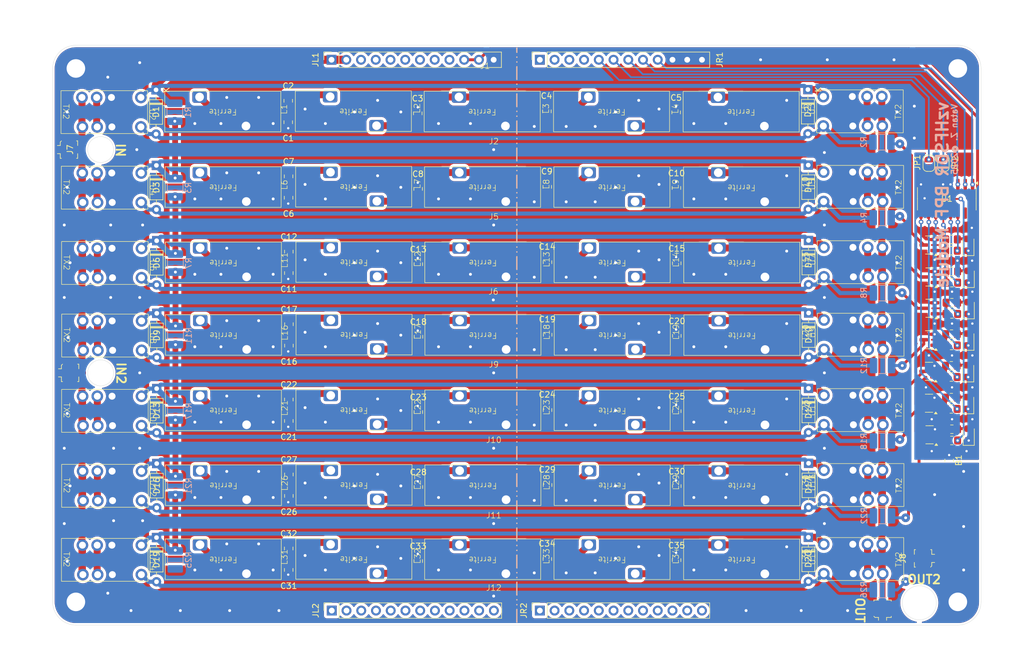
<source format=kicad_pcb>
(kicad_pcb (version 20241229) (generator "pcbnew") (generator_version "9.0")
  (layers (0 "F.Cu" signal) (2 "B.Cu" signal) (13 "F.Paste" user) (15 "B.Paste" user) (5 "F.SilkS" user "F.Silkscreen") (7 "B.SilkS" user "B.Silkscreen") (1 "F.Mask" user) (3 "B.Mask" user) (25 "Edge.Cuts" user))
  (net 0 "")
  (net 1 "Net-(C1-Pad1)")
  (net 2 "Net-(C2-Pad2)")
  (net 3 "Net-(C3-Pad1)")
  (net 4 "Net-(C4-Pad2)")
  (net 5 "Net-(C5-Pad1)")
  (net 6 "AGND")
  (net 7 "/Filter1/FILT_EN")
  (net 8 "FILT_IN")
  (net 9 "FILT_OUT")
  (net 10 "GND")
  (net 11 "S1_3V")
  (net 12 "Net-(Q1-G)")
  (net 13 "Net-(Q2-G)")
  (net 14 "Net-(Q3-G)")
  (net 15 "Net-(Q4-G)")
  (net 16 "Net-(Q5-G)")
  (net 17 "Net-(Q6-G)")
  (net 18 "S2_3V")
  (net 19 "S3_3V")
  (net 20 "S4_3V")
  (net 21 "S5_3V")
  (net 22 "S6_3V")
  (net 23 "3V3")
  (net 24 "Net-(D5-A)")
  (net 25 "Net-(D6-A)")
  (net 26 "Net-(D8-A)")
  (net 27 "Net-(D10-A)")
  (net 28 "Net-(D11-A)")
  (net 30 "BOARD_SEL")
  (net 31 "Net-(C6-Pad1)")
  (net 32 "Net-(C7-Pad2)")
  (net 33 "Net-(C8-Pad1)")
  (net 34 "Net-(C9-Pad2)")
  (net 35 "Net-(C10-Pad1)")
  (net 36 "Net-(C11-Pad1)")
  (net 37 "Net-(C12-Pad2)")
  (net 38 "Net-(C13-Pad1)")
  (net 39 "Net-(C14-Pad2)")
  (net 40 "Net-(C15-Pad1)")
  (net 41 "Net-(C16-Pad1)")
  (net 42 "Net-(C17-Pad2)")
  (net 43 "Net-(C18-Pad1)")
  (net 44 "Net-(C19-Pad2)")
  (net 45 "Net-(C20-Pad1)")
  (net 46 "Net-(C21-Pad1)")
  (net 47 "Net-(C22-Pad2)")
  (net 48 "Net-(C23-Pad1)")
  (net 49 "Net-(C24-Pad2)")
  (net 50 "Net-(C25-Pad1)")
  (net 51 "Net-(C26-Pad1)")
  (net 52 "Net-(C27-Pad2)")
  (net 53 "Net-(C28-Pad1)")
  (net 54 "Net-(C29-Pad2)")
  (net 55 "Net-(C30-Pad1)")
  (net 56 "/Filter1/SUPP_O")
  (net 57 "/Filter2/SUPP_O")
  (net 58 "/Filter3/SUPP_O")
  (net 59 "Net-(D12-A)")
  (net 60 "/Filter4/SUPP_O")
  (net 61 "Net-(D15-A)")
  (net 62 "/Filter5/SUPP_O")
  (net 63 "Net-(D18-A)")
  (net 64 "/Filter2/FILT_EN")
  (net 65 "/Filter3/FILT_EN")
  (net 66 "/Filter4/FILT_EN")
  (net 67 "/Filter5/FILT_EN")
  (net 68 "/Filter6/FILT_EN")
  (net 69 "Net-(D1-A)")
  (net 70 "Net-(D3-A)")
  (net 71 "Net-(D13-A)")
  (net 72 "Net-(D16-A)")
  (net 73 "Net-(C31-Pad1)")
  (net 74 "Net-(C32-Pad2)")
  (net 75 "Net-(C33-Pad1)")
  (net 76 "Net-(C34-Pad2)")
  (net 77 "Net-(C35-Pad1)")
  (net 78 "/Filter6/SUPP_O")
  (net 79 "Net-(D19-A)")
  (net 80 "Net-(D21-A)")
  (net 81 "/Filter7/FILT_EN")
  (net 82 "Net-(Q7-G)")
  (net 83 "S7_3V")
  (net 84 "12V")
  (net 85 "FILT_BS1")
  (net 86 "FILT_D2")
  (net 87 "FILT_BS2")
  (net 88 "FILT_D0")
  (net 89 "FILT_D1")
  (net 99 "/Filter7/SUPP_O")
  (footprint "VATANLibrary:vz_torroite_t68" (layer "F.Cu") (at 206.771954 103.401597 90)
    (property "Reference" "L30")
    (property "Value" "L")
  )
  (footprint "Resistor_SMD:R_0805_2012Metric_Pad1.20x1.40mm_HandSolder" (layer "F.Cu") (at 231.406721 60.986157 180)
    (property "Reference" "R14" (hide yes))
    (property "Value" "10K")
  )
  (footprint "Resistor_SMD:R_0805_2012Metric_Pad1.20x1.40mm_HandSolder" (layer "F.Cu") (at 231.37564 88.276134 180)
    (property "Reference" "R24" (hide yes))
    (property "Value" "10K")
  )
  (footprint "LED_SMD:LED_0805_2012Metric_Pad1.15x1.40mm_HandSolder" (layer "F.Cu") (at 234.371926 67.425 90)
    (property "Reference" "D5" (hide yes))
    (property "Value" "LED")
  )
  (footprint "MountingHole:MountingHole_3.2mm_M3_ISO14580_Pad_TopBottom" (layer "F.Cu") (at 80.5 31.5)
    (property "Reference" "H1" (hide yes))
    (property "Value" "MountingHole_Pad")
  )
  (footprint "VATANLibrary:vz_torroite_t68" (layer "F.Cu") (at 139.920494 64.883958 90)
    (property "Reference" "L12")
    (property "Value" "L")
  )
  (footprint "VATANLibrary:vz_torroite_t68" (layer "F.Cu") (at 117.440777 77.457117 90)
    (property "Reference" "L16")
    (property "Value" "L")
  )
  (footprint "Diode_THT:D_DO-35_SOD27_P7.62mm_Horizontal" (layer "F.Cu") (at 94.4219 86.715639 -90)
    (property "Reference" "D13")
    (property "Value" "1N4148")
  )
  (footprint "Capacitor_SMD:C_0805_2012Metric_Pad1.18x1.45mm_HandSolder" (layer "F.Cu") (at 184.049892 90.604523 90)
    (property "Reference" "C25")
    (property "Value" "C")
  )
  (footprint "Package_TO_SOT_SMD:SOT-23" (layer "F.Cu") (at 227.622196 94.6849 180)
    (property "Reference" "Q7" (hide yes))
    (property "Value" "IRLML2502")
  )
  (footprint "Capacitor_SMD:C_0805_2012Metric_Pad1.18x1.45mm_HandSolder" (layer "F.Cu") (at 184.023944 116.297677 90)
    (property "Reference" "C35")
    (property "Value" "C")
  )
  (footprint "Connector_PinSocket_2.54mm:PinSocket_1x12_P2.54mm_Vertical" (layer "F.Cu") (at 160.46 30 90)
    (property "Reference" "JR1")
    (property "Value" "URightHeader")
  )
  (footprint "Capacitor_SMD:C_0805_2012Metric_Pad1.18x1.45mm_HandSolder" (layer "F.Cu") (at 117.209726 105.222323 -90)
    (property "Reference" "C26")
    (property "Value" "C")
  )
  (footprint "VATANLibrary:TX2_Panasonic" (layer "F.Cu") (at 92.881483 35.305 180)
    (property "Reference" "U2")
    (property "Value" "~" (hide yes))
  )
  (footprint "Capacitor_SMD:C_0805_2012Metric_Pad1.18x1.45mm_HandSolder" (layer "F.Cu") (at 139.544334 77.774733 90)
    (property "Reference" "C18")
    (property "Value" "C")
  )
  (footprint "Package_TO_SOT_SMD:SOT-23" (layer "F.Cu") (at 227.5625 61.95 180)
    (property "Reference" "Q3" (hide yes))
    (property "Value" "IRLML2502")
  )
  (footprint "VATANLibrary:vz_torroite_t68" (layer "F.Cu") (at 206.656943 38.948081 90)
    (property "Reference" "L5")
    (property "Value" "L")
  )
  (footprint "Resistor_SMD:R_0805_2012Metric_Pad1.20x1.40mm_HandSolder" (layer "F.Cu") (at 231.462703 95.66598 180)
    (property "Reference" "R27" (hide yes))
    (property "Value" "1K")
  )
  (footprint "Capacitor_SMD:C_0805_2012Metric_Pad1.18x1.45mm_HandSolder" (layer "F.Cu") (at 117.174255 114.29365 90)
    (property "Reference" "C32")
    (property "Value" "C")
  )
  (footprint "VATANLibrary:TX2_Panasonic" (layer "F.Cu") (at 208.256423 107.069849)
    (property "Reference" "U13")
    (property "Value" "~" (hide yes))
  )
  (footprint "Diode_THT:D_DO-35_SOD27_P7.62mm_Horizontal" (layer "F.Cu") (at 94.395952 112.408793 -90)
    (property "Reference" "D19")
    (property "Value" "1N4148")
  )
  (footprint "VATANLibrary:vz_torroite_t68" (layer "F.Cu") (at 139.895952 116.085436 90)
    (property "Reference" "L32")
    (property "Value" "L")
  )
  (footprint "Resistor_SMD:R_0805_2012Metric" (layer "F.Cu") (at 231 99.0875 -90)
    (property "Reference" "B1")
    (property "Value" "Murata BLM21PG221")
  )
  (footprint "Capacitor_SMD:C_0805_2012Metric_Pad1.18x1.45mm_HandSolder" (layer "F.Cu") (at 161.758007 116.110566 90)
    (property "Reference" "C34")
    (property "Value" "C")
  )
  (footprint "Capacitor_SMD:C_0805_2012Metric_Pad1.18x1.45mm_HandSolder" (layer "F.Cu") (at 139.524051 65.256264 90)
    (property "Reference" "C13")
    (property "Value" "C")
  )
  (footprint "LED_SMD:LED_0805_2012Metric_Pad1.15x1.40mm_HandSolder" (layer "F.Cu") (at 234.31223 61.91161 90)
    (property "Reference" "D11" (hide yes))
    (property "Value" "LED")
  )
  (footprint "LED_SMD:LED_0805_2012Metric_Pad1.15x1.40mm_HandSolder" (layer "F.Cu") (at 234.31223 78.251587 90)
    (property "Reference" "D12" (hide yes))
    (property "Value" "LED")
  )
  (footprint "VATANLibrary:vz_torroite_t68" (layer "F.Cu") (at 206.781308 77.483865 90)
    (property "Reference" "L20")
    (property "Value" "L")
  )
  (footprint "VATANLibrary:Untitled_2" (layer "F.Cu") (at 152.525 83.075)
    (property "Reference" "J9")
    (property "Value" "Shield" (hide yes))
  )
  (footprint "Capacitor_SMD:C_0805_2012Metric_Pad1.18x1.45mm_HandSolder" (layer "F.Cu") (at 139.419969 39.238949 90)
    (property "Reference" "C3")
    (property "Value" "C")
  )
  (footprint "VATANLibrary:vz_torroite_t68" (layer "F.Cu") (at 162.149909 77.457117 90)
    (property "Reference" "L18")
    (property "Value" "L")
  )
  (footprint "Package_TO_SOT_SMD:SOT-23" (layer "F.Cu") (at 227.531419 83.739977 180)
    (property "Reference" "Q5" (hide yes))
    (property "Value" "IRLML2502")
  )
  (footprint "LED_SMD:LED_0805_2012Metric_Pad1.15x1.40mm_HandSolder" (layer "F.Cu") (at 234.371926 94.64651 90)
    (property "Reference" "D21" (hide yes))
    (property "Value" "LED")
  )
  (footprint "Jumper:SolderJumper-2_P1.3mm_Open_RoundedPad1.0x1.5mm" (layer "F.Cu") (at 227.5 47.85 -90)
    (property "Reference" "JP1")
    (property "Value" "JMP")
  )
  (footprint "Connector_Coaxial:U.FL_Molex_MCRF_73412-0110_Vertical" (layer "F.Cu") (at 79.309756 45.492126 90)
    (property "Reference" "J7")
    (property "Value" "FILT_IN2")
  )
  (footprint "VATANLibrary:vz_torroite_t68" (layer "F.Cu") (at 139.874217 51.89408 90)
    (property "Reference" "L7")
    (property "Value" "L")
  )
  (footprint "VATANLibrary:vz_torroite_t68" (layer "F.Cu") (at 184.431423 103.374849 90)
    (property "Reference" "L29")
    (property "Value" "L")
  )
  (footprint "Capacitor_SMD:C_0805_2012Metric_Pad1.18x1.45mm_HandSolder" (layer "F.Cu") (at 117.15252 50.102294 90)
    (property "Reference" "C7")
    (property "Value" "C")
  )
  (footprint "Connector_Coaxial:U.FL_Molex_MCRF_73412-0110_Vertical" (layer "F.Cu") (at 226.5 116 -90)
    (property "Reference" "J8")
    (property "Value" "FILT_OUT2")
  )
  (footprint "VATANLibrary:vz_torroite_t68" (layer "F.Cu") (at 139.816412 38.866643 90)
    (property "Reference" "L2")
    (property "Value" "L")
  )
  (footprint "Resistor_SMD:R_0805_2012Metric_Pad1.20x1.40mm_HandSolder" (layer "F.Cu") (at 231.466417 66.499547 180)
    (property "Reference" "R6" (hide yes))
    (property "Value" "10K")
  )
  (footprint "VATANLibrary:Untitled_2" (layer "F.Cu") (at 151.025 31.575)
    (property "Reference" "J1")
    (property "Value" "Shield" (hide yes))
  )
  (footprint "Diode_THT:D_DO-35_SOD27_P7.62mm_Horizontal" (layer "F.Cu") (at 206.656943 35.138081 -90)
    (property "Reference" "D2")
    (property "Value" "1N4148")
  )
  (footprint "VATANLibrary:vz_torroite_t68" (layer "F.Cu") (at 117.395952 116.140126 90)
    (property "Reference" "L31")
    (property "Value" "L")
  )
  (footprint "Capacitor_SMD:C_0805_2012Metric_Pad1.18x1.45mm_HandSolder" (layer "F.Cu") (at 184.048486 65.096199 90)
    (property "Reference" "C15")
    (property "Value" "C")
  )
  (footprint "VATANLibrary:TX2_Panasonic" (layer "F.Cu") (at 208.220952 119.835126)
    (property "Reference" "U15")
    (property "Value" "~" (hide yes))
  )
  (footprint "VATANLibrary:vz_torroite_t68" (layer "F.Cu") (at 162.083349 51.94877 90)
    (property "Reference" "L8")
    (property "Value" "L")
  )
  (footprint "VATANLibrary:vz_torroite_t68" (layer "F.Cu") (at 162.131032 90.446972 90)
    (property "Reference" "L23")
    (property "Value" "L")
  )
  (footprint "VATANLibrary:vz_torroite_t68" (layer "F.Cu") (at 162.025544 38.921333 90)
    (property "Reference" "L3")
    (property "Value" "L")
  )
  (footprint "VATANLibrary:vz_torroite_t68" (layer "F.Cu") (at 184.316412 38.921333 90)
    (property "Reference" "L4")
    (property "Value" "L")
  )
  (footprint "Diode_THT:D_DO-35_SOD27_P7.62mm_Horizontal" (layer "F.Cu") (at 94.316412 35.19 -90)
    (property "Reference" "D1")
    (property "Value" "1N4148")
  )
  (footprint "VATANLibrary:TX2_Panasonic" (layer "F.Cu") (at 208.2469 94.141972)
    (property "Reference" "U11")
    (property "Value" "~" (hide yes))
  )
  (footprint "VATANLibrary:vz_torroite_t68" (layer "F.Cu") (at 117.4219 90.446972 90)
    (property "Reference" "L21")
    (property "Value" "L")
  )
  (footprint "Capacitor_SMD:C_0805_2012Metric_Pad1.18x1.45mm_HandSolder" (layer "F.Cu") (at 117.094715 40.768807 -90)
    (property "Reference" "C1")
    (property "Value" "C")
  )
  (footprint "LED_SMD:LED_0805_2012Metric_Pad1.15x1.40mm_HandSolder" (layer "F.Cu") (at 234.281149 83.701587 90)
    (property "Reference" "D15" (hide yes))
    (property "Value" "LED")
  )
  (footprint "VATANLibrary:vz_torroite_t68" (layer "F.Cu") (at 139.940777 77.402427 90)
    (property "Reference" "L17")
    (property "Value" "L")
  )
  (footprint "Package_TO_SOT_SMD:SOT-23" (layer "F.Cu") (at 227.531419 89.239977 180)
    (property "Reference" "Q6" (hide yes))
    (property "Value" "IRLML2502")
  )
  (footprint "Package_TO_SOT_SMD:SOT-23" (layer "F.Cu") (at 227.622196 72.863843 180)
    (property "Reference" "Q2" (hide yes))
    (property "Value" "IRLML2502")
  )
  (footprint "Capacitor_SMD:C_0805_2012Metric_Pad1.18x1.45mm_HandSolder" (layer "F.Cu") (at 161.783955 90.417412 90)
    (property "Reference" "C24")
    (property "Value" "C")
  )
  (footprint "VATANLibrary:TX2_Panasonic" (layer "F.Cu") (at 92.939288 48.332437 180)
    (property "Reference" "U4")
    (property "Value" "~" (hide yes))
  )
  (footprint "VATANLibrary:TX2_Panasonic" (layer "F.Cu") (at 208.265777 81.152117)
    (property "Reference" "U9")
    (property "Value" "~" (hide yes))
  )
  (footprint "VATANLibrary:TX2_Panasonic" (layer "F.Cu") (at 93.005848 73.840784 180)
    (property "Reference" "U8")
    (property "Value" "~" (hide yes))
  )
  (footprint "VATANLibrary:vz_torroite_t68" (layer "F.Cu") (at 184.395952 116.140126 90)
    (property "Reference" "L34")
    (property "Value" "L")
  )
  (footprint "VATANLibrary:TX2_Panasonic" (layer "F.Cu") (at 92.986971 86.830639 180)
    (property "Reference" "U10")
    (property "Value" "~" (hide yes))
  )
  (footprint "Capacitor_SMD:C_0805_2012Metric_Pad1.18x1.45mm_HandSolder" (layer "F.Cu") (at 184.002209 52.106321 90)
    (property "Reference" "C10")
    (property "Value" "C")
  )
  (footprint "VATANLibrary:vz_torroite_t68" (layer "F.Cu") (at 184.4219 90.446972 90)
    (property "Reference" "L24")
    (property "Value" "L")
  )
  (footprint "VATANLibrary:Untitled_2" (layer "F.Cu") (at 152.525 44.575)
    (property "Reference" "J2")
    (property "Value" "Shield" (hide yes))
  )
  (footprint "Diode_THT:D_DO-35_SOD27_P7.62mm_Horizontal" (layer "F.Cu") (at 206.714748 48.165518 -90)
    (property "Reference" "D4")
    (property "Value" "1N4148")
  )
  (footprint "Capacitor_SMD:C_0805_2012Metric_Pad1.18x1.45mm_HandSolder" (layer "F.Cu") (at 139.53498 103.692465 90)
    (property "Reference" "C28")
    (property "Value" "C")
  )
  (footprint "Diode_THT:D_DO-35_SOD27_P7.62mm_Horizontal" (layer "F.Cu") (at 94.431423 99.643516 -90)
    (property "Reference" "D16")
    (property "Value" "1N4148")
  )
  (footprint "Capacitor_SMD:C_0805_2012Metric_Pad1.18x1.45mm_HandSolder" (layer "F.Cu") (at 161.793478 103.345289 90)
    (property "Reference" "C29")
    (property "Value" "C")
  )
  (footprint "VATANLibrary:vz_torroite_t68" (layer "F.Cu") (at 184.374217 51.94877 90)
    (property "Reference" "L9")
    (property "Value" "L")
  )
  (footprint "Capacitor_SMD:C_0805_2012Metric_Pad1.18x1.45mm_HandSolder" (layer "F.Cu") (at 161.736272 51.91921 90)
    (property "Reference" "C9")
    (property "Value" "C")
  )
  (footprint "VATANLibrary:Untitled_2" (layer "F.Cu") (at 152.525 57.575)
    (property "Reference" "J5")
    (property "Value" "Shield" (hide yes))
  )
  (footprint "Resistor_SMD:R_0805_2012Metric_Pad1.20x1.40mm_HandSolder" (layer "F.Cu") (at 231.403007 79.271057 180)
    (property "Reference" "R15" (hide yes))
    (property "Value" "1K")
  )
  (footprint "Diode_THT:D_DO-35_SOD27_P7.62mm_Horizontal" (layer "F.Cu") (at 206.762431 86.66372 -90)
    (property "Reference" "D14")
    (property "Value" "1N4148")
  )
  (footprint "Capacitor_SMD:C_0805_2012Metric_Pad1.18x1.45mm_HandSolder" (layer "F.Cu") (at 184.059415 103.5324 90)
    (property "Reference" "C30")
    (property "Value" "C")
  )
  (footprint "Resistor_SMD:R_0805_2012Metric_Pad1.20x1.40mm_HandSolder" (layer "F.Cu") (at 231.466417 71.9 180)
    (property "Reference" "R10" (hide yes))
    (property "Value" "10K")
  )
  (footprint "Diode_THT:D_DO-35_SOD27_P7.62mm_Horizontal" (layer "F.Cu") (at 94.374217 48.217437 -90)
    (property "Reference" "D3")
    (property "Value" "1N4148")
  )
  (footprint "VATANLibrary:TX2_Panasonic" (layer "F.Cu") (at 208.141412 42.616333)
    (property "Reference" "U3")
    (property "Value" "~" (hide yes))
  )
  (footprint "MountingHole:MountingHole_3.2mm_M3_ISO14580_Pad_TopBottom" (layer "F.Cu") (at 232.5 31.5)
    (property "Reference" "H3" (hide yes))
    (property "Value" "MountingHole_Pad")
  )
  (footprint "Diode_THT:D_DO-35_SOD27_P7.62mm_Horizontal" (layer "F.Cu") (at 94.420494 61.207315 -90)
    (property "Reference" "D6")
    (property "Value" "1N4148")
  )
  (footprint "Capacitor_SMD:C_0805_2012Metric_Pad1.18x1.45mm_HandSolder" (layer "F.Cu") (at 117.21908 75.610641 90)
    (property "Reference" "C17")
    (property "Value" "C")
  )
  (footprint "Connector_PinSocket_2.54mm:PinSocket_1x12_P2.54mm_Vertical" (layer "F.Cu") (at 124.6 125 90)
    (property "Reference" "JL2")
    (property "Value" "LLeftHeader")
  )
  (footprint "Resistor_SMD:R_0805_2012Metric_Pad1.20x1.40mm_HandSolder" (layer "F.Cu") (at 231.406721 77.326134 180)
    (property "Reference" "R16" (hide yes))
    (property "Value" "10K")
  )
  (footprint "Resistor_SMD:R_0805_2012Metric_Pad1.20x1.40mm_HandSolder" (layer "F.Cu") (at 231.462703 73.844923 180)
    (property "Reference" "R9" (hide yes))
    (property "Value" "1K")
  )
  (footprint "Resistor_SMD:R_0805_2012Metric_Pad1.20x1.40mm_HandSolder" (layer "F.Cu") (at 231.371926 84.721057 180)
    (property "Reference" "R19" (hide yes))
    (property "Value" "1K")
  )
  (footprint "Capacitor_SMD:C_0805_2012Metric_Pad1.18x1.45mm_HandSolder" (layer "F.Cu") (at 184.068769 77.614668 90)
    (property "Reference" "C20")
    (property "Value" "C")
  )
  (footprint "VATANLibrary:vz_torroite_t68" (layer "F.Cu") (at 139.9219 90.392282 90)
    (property "Reference" "L22")
    (property "Value" "L")
  )
  (footprint "Resistor_SMD:R_0805_2012Metric_Pad1.20x1.40mm_HandSolder" (layer "F.Cu") (at 231.462703 68.44447 180)
    (property "Reference" "R5" (hide yes))
    (property "Value" "1K")
  )
  (footprint "VATANLibrary:Untitled_2" (layer "F.Cu") (at 152.464249 70.494166)
    (property "Reference" "J6")
    (property "Value" "Shield" (hide yes))
  )
  (footprint "VATANLibrary:vz_torroite_t68" (layer "F.Cu") (at 139.931423 103.320159 90)
    (property "Reference" "L27")
    (property "Value" "L")
  )
  (footprint "VATANLibrary:vz_torroite_t68" (layer "F.Cu") (at 206.714748 51.975518 90)
    (property "Reference" "L10")
    (property "Value" "L")
  )
  (footprint "VATANLibrary:vz_torroite_t68" (layer "F.Cu") (at 184.440777 77.457117 90)
    (property "Reference" "L19")
    (property "Value" "L")
  )
  (footprint "Capacitor_SMD:C_0805_2012Metric_Pad1.18x1.45mm_HandSolder" (layer "F.Cu") (at 161.678467 38.891773 90)
    (property "Reference" "C4")
    (property "Value" "C")
  )
  (footprint "Capacitor_SMD:C_0805_2012Metric_Pad1.18x1.45mm_HandSolder" (layer "F.Cu") (at 117.15252 53.796244 -90)
    (property "Reference" "C6")
    (property "Value" "C")
  )
  (footprint "Capacitor_SMD:C_0805_2012Metric_Pad1.18x1.45mm_HandSolder" (layer "F.Cu") (at 117.200203 88.600496 90)
    (property "Reference" "C22")
    (property "Value" "C")
  )
  (footprint "MountingHole:MountingHole_3.2mm_M3_ISO14580_Pad_TopBottom" (layer "F.Cu") (at 232.5 123.5)
    (property "Reference" "H4" (hide yes))
    (property "Value" "MountingHole_Pad")
  )
  (footprint "LED_SMD:LED_0805_2012Metric_Pad1.15x1.40mm_HandSolder" (layer "F.Cu") (at 234.371926 72.825453 90)
    (property "Reference" "D8" (hide yes))
    (property "Value" "LED")
  )
  (footprint "VATANLibrary:vz_torroite_t68" (layer "F.Cu") (at 162.140555 103.374849 90)
    (property "Reference" "L28")
    (property "Value" "L")
  )
  (footprint "VATANLibrary:Untitled_2" (layer "F.Cu") (at 152.525 96.075)
    (property "Reference" "J10")
    (property "Value" "Shield" (hide yes))
  )
  (footprint "VATANLibrary:TX2_Panasonic" (layer "F.Cu") (at 92.961023 112.523793 180)
    (property "Reference" "U14")
    (property "Value" "~" (hide yes))
  )
  (footprint "Diode_THT:D_DO-35_SOD27_P7.62mm_Horizontal" (layer "F.Cu") (at 206.781308 73.673865 -90)
    (property "Reference" "D10")
    (property "Value" "1N4148")
  )
  (footprint "VATANLibrary:Untitled_2" (layer "F.Cu") (at 152.525 121.575)
    (property "Reference" "J12")
    (property "Value" "Shield" (hide yes))
  )
  (footprint "Resistor_SMD:R_0805_2012Metric_Pad1.20x1.40mm_HandSolder" (layer "F.Cu") (at 231.403007 62.931081 180)
    (property "Reference" "R13" (hide yes))
    (property "Value" "1K")
  )
  (footprint "Package_TO_SOT_SMD:SOT-23" (layer "F.Cu") (at 227.622196 67.46339 180)
    (property "Reference" "Q1" (hide yes))
    (property "Value" "IRLML2502")
  )
  (footprint "VATANLibrary:vz_torroite_t68" (layer "F.Cu") (at 162.105084 116.140126 90)
    (property "Reference" "L33")
    (property "Value" "L")
  )
  (footprint "Capacitor_SMD:C_0805_2012Metric_Pad1.18x1.45mm_HandSolder" (layer "F.Cu") (at 139.525457 90.764588 90)
    (property "Reference" "C23")
    (property "Value" "C")
  )
  (footprint "Diode_THT:D_DO-35_SOD27_P7.62mm_Horizontal" (layer "F.Cu") (at 94.440777 73.725784 -90)
    (property "Reference" "D9")
    (property "Value" "1N4148")
  )
  (footprint "Connector_Coaxial:U.FL_Molex_MCRF_73412-0110_Vertical" (layer "F.Cu") (at 219.521415 124.681001 180)
    (property "Reference" "J4" (hide yes))
    (property "Value" "FILT_OUT")
  )
  (footprint "VATANLibrary:vz_torroite_t68" (layer "F.Cu") (at 184.420494 64.938648 90)
    (property "Reference" "L14")
    (property "Value" "L")
  )
  (footprint "Capacitor_SMD:C_0805_2012Metric_Pad1.18x1.45mm_HandSolder" (layer "F.Cu") (at 139.499509 116.457742 90)
    (property "Reference" "C33")
    (property "Value" "C")
  )
  (footprint "Capacitor_SMD:C_0805_2012Metric_Pad1.18x1.45mm_HandSolder" (layer "F.Cu") (at 117.200203 92.294446 -90)
    (property "Reference" "C21")
    (property "Value" "C")
  )
  (footprint "Connector_PinSocket_2.54mm:PinSocket_1x12_P2.54mm_Vertical" (layer "F.Cu") (at 124.56 30 90)
    (property "Reference" "JL1")
    (property "Value" "ULeftHeader")
  )
  (footprint "Resistor_SMD:R_0805_2012Metric_Pad1.20x1.40mm_HandSolder" (layer "F.Cu") (at 231.37564 82.776134 180)
    (property "Reference" "R20" (hide yes))
    (property "Value" "10K")
  )
  (footprint "VATANLibrary:TX2_Panasonic" (layer "F.Cu") (at 92.985565 61.322315 180)
    (property "Reference" "U6")
    (property "Value" "~" (hide yes))
  )
  (footprint "Connector_PinSocket_2.54mm:PinSocket_1x12_P2.54mm_Vertical" (layer "F.Cu") (at 160.46 125 90)
    (property "Reference" "JR2")
    (property "Value" "LRightHeader")
  )
  (footprint "VATANLibrary:TX2_Panasonic" (layer "F.Cu") (at 208.199217 55.64377)
    (property "Reference" "U5")
    (property "Value" "~" (hide yes))
  )
  (footprint "Connector_Coaxial:U.FL_Molex_MCRF_73412-0110_Vertical" (layer "F.Cu") (at 79.5 84 90)
    (property "Reference" "J3" (hide yes))
    (property "Value" "FILT_IN")
  )
  (footprint "MountingHole:MountingHole_3.2mm_M3_ISO14580_Pad_TopBottom" (layer "F.Cu") (at 80.5 123.5)
    (property "Reference" "H2" (hide yes))
    (property "Value" "MountingHole_Pad")
  )
  (footprint "Capacitor_SMD:C_0805_2012Metric_Pad1.18x1.45mm_HandSolder" (layer "F.Cu") (at 117.21908 79.304591 -90)
    (property "Reference" "C16")
    (property "Value" "C")
  )
  (footprint "Capacitor_SMD:C_0805_2012Metric_Pad1.18x1.45mm_HandSolder" (layer "F.Cu") (at 139.477774 52.266386 90)
    (property "Reference" "C8")
    (property "Value" "C")
  )
  (footprint "Capacitor_SMD:C_0805_2012Metric_Pad1.18x1.45mm_HandSolder" (layer "F.Cu") (at 117.198797 63.092172 90)
    (property "Reference" "C12")
    (property "Value" "C")
  )
  (footprint "Package_SO:SOIC-16_3.9x9.9mm_P1.27mm" (layer "F.Cu") (at 230.595 53.975 -90)
    (property "Reference" "U1")
    (property "Value" "74HC138")
  )
  (footprint "Diode_THT:D_DO-35_SOD27_P7.62mm_Horizontal" (layer "F.Cu") (at 206.771954 99.591597 -90)
    (property "Reference" "D17")
    (property "Value" "1N4148")
  )
  (footprint "Capacitor_SMD:C_0805_2012Metric_Pad1.18x1.45mm_HandSolder" (layer "F.Cu") (at 117.209726 101.528373 90)
    (property "Reference" "C27")
    (property "Value" "C")
  )
  (footprint "Diode_THT:D_DO-35_SOD27_P7.62mm_Horizontal" (layer "F.Cu") (at 206.736483 112.356874 -90)
    (property "Reference" "D20")
    (property "Value" "1N4148")
  )
  (footprint "Capacitor_SMD:C_0805_2012Metric_Pad1.18x1.45mm_HandSolder" (layer "F.Cu") (at 117.094715 37.074857 90)
    (property "Reference" "C2")
    (property "Value" "C")
  )
  (footprint "Resistor_SMD:R_0805_2012Metric_Pad1.20x1.40mm_HandSolder" (layer "F.Cu") (at 231.371926 90.221057 180)
    (property "Reference" "R23" (hide yes))
    (property "Value" "1K")
  )
  (footprint "Package_TO_SOT_SMD:SOT-23" (layer "F.Cu") (at 227.5625 78.289977 180)
    (property "Reference" "Q4" (hide yes))
    (property "Value" "IRLML2502")
  )
  (footprint "Capacitor_SMD:C_0805_2012Metric_Pad1.18x1.45mm_HandSolder" (layer "F.Cu") (at 161.802832 77.427557 90)
    (property "Reference" "C19")
    (property "Value" "C")
  )
  (footprint "VATANLibrary:TX2_Panasonic" (layer "F.Cu") (at 92.996494 99.758516 180)
    (property "Reference" "U12")
    (property "Value" "~" (hide yes))
  )
  (footprint "Capacitor_SMD:C_0805_2012Metric_Pad1.18x1.45mm_HandSolder" (layer "F.Cu") (at 183.944404 39.078884 90)
    (property "Reference" "C5")
    (property "Value" "C")
  )
  (footprint "VATANLibrary:vz_torroite_t68" (layer "F.Cu") (at 206.761025 64.965396 90)
    (property "Reference" "L15")
    (property "Value" "L")
  )
  (footprint "Jumper:SolderJumper-2_P1.3mm_Open_RoundedPad1.0x1.5mm" (layer "F.Cu") (at 230 47.85 -90)
    (property "Reference" "JP2")
    (property "Value" "JMP")
  )
  (footprint "LED_SMD:LED_0805_2012Metric_Pad1.15x1.40mm_HandSolder" (layer "F.Cu") (at 234.281149 89.201587 90)
    (property "Reference" "D18" (hide yes))
    (property "Value" "LED")
  )
  (footprint "VATANLibrary:vz_torroite_t68" (layer "F.Cu") (at 162.129626 64.938648 90)
    (property "Reference" "L13")
    (property "Value" "L")
  )
  (footprint "VATANLibrary:vz_torroite_t68" (layer "F.Cu") (at 117.374217 51.94877 90)
    (property "Reference" "L6")
    (property "Value" "L")
  )
  (footprint "VATANLibrary:vz_torroite_t68" (layer "F.Cu") (at 206.762431 90.47372 90)
    (property "Reference" "L25")
    (property "Value" "L")
  )
  (footprint "VATANLibrary:vz_torroite_t68" (layer "F.Cu") (at 117.316412 38.921333 90)
    (property "Reference" "L1")
    (property "Value" "L")
  )
  (footprint "VATANLibrary:TX2_Panasonic" (layer "F.Cu") (at 208.245494 68.633648)
    (property "Reference" "U7")
    (property "Value" "~" (hide yes))
  )
  (footprint "Resistor_SMD:R_0805_2012Metric_Pad1.20x1.40mm_HandSolder" (layer "F.Cu") (at 231.466417 93.721057 180)
    (property "Reference" "R28" (hide yes))
    (property "Value" "10K")
  )
  (footprint "VATANLibrary:vz_torroite_t68" (layer "F.Cu") (at 206.736483 116.166874 90)
    (property "Reference" "L35")
    (property "Value" "L")
  )
  (footprint "Diode_THT:D_DO-35_SOD27_P7.62mm_Horizontal" (layer "F.Cu") (at 206.761025 61.155396 -90)
    (property "Reference" "D7")
    (property "Value" "1N4148")
  )
  (footprint "VATANLibrary:Untitled_2" (layer "F.Cu") (at 152.525 109.075)
    (property "Reference" "J11")
    (property "Value" "Shield" (hide yes))
  )
  (footprint "VATANLibrary:vz_torroite_t68" (layer "F.Cu") (at 117.431423 103.374849 90)
    (property "Reference" "L26")
    (property "Value" "L")
  )
  (footprint "Capacitor_SMD:C_0805_2012Metric_Pad1.18x1.45mm_HandSolder" (layer "F.Cu") (at 161.782549 64.909088 90)
    (property "Reference" "C14")
    (property "Value" "C")
  )
  (footprint "Capacitor_SMD:C_0805_2012Metric_Pad1.18x1.45mm_HandSolder" (layer "F.Cu") (at 117.174255 117.9876 -90)
    (property "Reference" "C31")
    (property "Value" "C")
  )
  (footprint "VATANLibrary:vz_torroite_t68" (layer "F.Cu") (at 117.420494 64.938648 90)
    (property "Reference" "L11")
    (property "Value" "L")
  )
  (footprint "Capacitor_SMD:C_0805_2012Metric_Pad1.18x1.45mm_HandSolder" (layer "F.Cu") (at 117.198797 66.786122 -90)
    (property "Reference" "C11")
    (property "Value" "C")
  )
  (footprint "Resistor_SMD:R_1210_3225Metric_Pad1.30x2.65mm_HandSolder" (layer "B.Cu") (at 219.464769 57.243982 180)
    (property "Reference" "R4")
    (property "Value" "0R" (hide yes))
  )
  (footprint "Resistor_SMD:R_1210_3225Metric_Pad1.30x2.65mm_HandSolder" (layer "B.Cu") (at 97.604288 52.077437 90)
    (property "Reference" "R3")
    (property "Value" "0R")
  )
  (footprint "Resistor_SMD:R_1210_3225Metric_Pad1.30x2.65mm_HandSolder" (layer "B.Cu") (at 219.521975 108.670061 180)
    (property "Reference" "R22")
    (property "Value" "0R" (hide yes))
  )
  (footprint "Resistor_SMD:R_1210_3225Metric_Pad1.30x2.65mm_HandSolder" (layer "B.Cu") (at 97.650565 65.067315 90)
    (property "Reference" "R7")
    (property "Value" "0R")
  )
  (footprint "Resistor_SMD:R_1210_3225Metric_Pad1.30x2.65mm_HandSolder" (layer "B.Cu") (at 219.511046 70.23386 180)
    (property "Reference" "R8")
    (property "Value" "0R" (hide yes))
  )
  (footprint "Resistor_SMD:R_1210_3225Metric_Pad1.30x2.65mm_HandSolder" (layer "B.Cu") (at 97.670848 77.585784 90)
    (property "Reference" "R11")
    (property "Value" "0R")
  )
  (footprint "Resistor_SMD:R_1210_3225Metric_Pad1.30x2.65mm_HandSolder" (layer "B.Cu") (at 219.486504 121.435338 180)
    (property "Reference" "R26")
    (property "Value" "0R" (hide yes))
  )
  (footprint "Resistor_SMD:R_1210_3225Metric_Pad1.30x2.65mm_HandSolder" (layer "B.Cu") (at 219.531329 82.752329 180)
    (property "Reference" "R12")
    (property "Value" "0R" (hide yes))
  )
  (footprint "Resistor_SMD:R_1210_3225Metric_Pad1.30x2.65mm_HandSolder" (layer "B.Cu") (at 97.661494 103.503516 90)
    (property "Reference" "R21")
    (property "Value" "0R")
  )
  (footprint "Resistor_SMD:R_1210_3225Metric_Pad1.30x2.65mm_HandSolder" (layer "B.Cu") (at 97.651971 90.575639 90)
    (property "Reference" "R17")
    (property "Value" "0R")
  )
  (footprint "Resistor_SMD:R_1210_3225Metric_Pad1.30x2.65mm_HandSolder" (layer "B.Cu") (at 219.406964 44.216545 180)
    (property "Reference" "R2")
    (property "Value" "0R" (hide yes))
  )
  (footprint "Resistor_SMD:R_1210_3225Metric_Pad1.30x2.65mm_HandSolder" (layer "B.Cu") (at 219.512452 95.742184 180)
    (property "Reference" "R18")
    (property "Value" "0R" (hide yes))
  )
  (footprint "Resistor_SMD:R_1210_3225Metric_Pad1.30x2.65mm_HandSolder" (layer "B.Cu") (at 97.626023 116.268793 90)
    (property "Reference" "R25")
    (property "Value" "0R")
  )
  (footprint "Resistor_SMD:R_1210_3225Metric_Pad1.30x2.65mm_HandSolder" (layer "B.Cu") (at 97.546483 39.05 90)
    (property "Reference" "R1")
    (property "Value" "0R")
  )
  (gr_line (start 156.5 127) (end 156.5 28) (stroke (width 0.2) (type dash_dot_dot)) (layer "F.SilkS"))
  (gr_line (start 156.5 127) (end 156.5 28) (stroke (width 0.2) (type dash_dot_dot)) (layer "B.SilkS"))
  (gr_arc (start 236.5 123.5) (mid 235.328427 126.328427) (end 232.5 127.5) (stroke (width 0.05)) (layer "Edge.Cuts"))
  (gr_line (start 80.5 27.5) (end 232.5 27.5) (stroke (width 0.05)) (layer "Edge.Cuts"))
  (gr_circle (center 84.763932 84) (end 85.763932 86) (stroke (width 0.05)) (fill no) (layer "Edge.Cuts"))
  (gr_arc (start 232.5 27.5) (mid 235.328427 28.671573) (end 236.5 31.5) (stroke (width 0.05)) (layer "Edge.Cuts"))
  (gr_circle (center 225.861486 123.659386) (end 227.361486 121.1356) (stroke (width 0.05)) (fill no) (layer "Edge.Cuts"))
  (gr_circle (center 84.766956 45.482489) (end 85.766956 47.482489) (stroke (width 0.05)) (fill no) (layer "Edge.Cuts"))
  (gr_line (start 236.5 31.5) (end 236.5 123.5) (stroke (width 0.05)) (layer "Edge.Cuts"))
  (gr_arc (start 80.5 127.5) (mid 77.671573 126.328427) (end 76.5 123.5) (stroke (width 0.05)) (layer "Edge.Cuts"))
  (gr_line (start 76.5 123.5) (end 76.5 31.5) (stroke (width 0.05)) (layer "Edge.Cuts"))
  (gr_arc (start 76.5 31.5) (mid 77.671573 28.671573) (end 80.5 27.5) (stroke (width 0.05)) (layer "Edge.Cuts"))
  (gr_line (start 232.5 127.5) (end 80.5 127.5) (stroke (width 0.05)) (layer "Edge.Cuts"))
  (gr_text "IN2\n\n" (at 85 82 270) (layer "F.SilkS") (effects (font (size 1.5 1.5) (thickness 0.3) (bold yes)) (justify left bottom)))
  (gr_text "OUT\n" (at 214.7437 122.585318 270) (layer "F.SilkS") (effects (font (size 1.5 1.5) (thickness 0.3) (bold yes)) (justify left bottom)))
  (gr_text "OUT2\n\n" (at 223.633544 122.92719 0) (layer "F.SilkS") (effects (font (size 1.5 1.5) (thickness 0.3) (bold yes)) (justify left bottom)))
  (gr_text "IN\n" (at 87.313311 44.252642 270) (layer "F.SilkS") (effects (font (size 1.5 1.5) (thickness 0.3) (bold yes)) (justify left bottom)))
  (gr_text "Vatan Z. @2025" (at 232.5 37.5 90) (layer "B.SilkS") (effects (font (size 1 1) (thickness 0.2) (bold yes)) (justify left bottom mirror)))
  (gr_text "vzHFSDR BPF Module" (at 231 37 90) (layer "B.SilkS") (effects (font (size 2 2) (thickness 0.4) (bold yes)) (justify left bottom mirror)))
  (segment (start 84.086483 36.5) (end 84.086483 38.921333) (width 1.2) (layer "F.Cu") (net 1))
  (segment (start 84.086483 38.921333) (end 104.816412 38.921333) (width 1.2) (layer "F.Cu") (net 1))
  (segment (start 104.816412 38.921333) (end 117.094715 38.921333) (width 1.2) (layer "F.Cu") (net 1))
  (segment (start 117.094715 38.921333) (end 117.094715 39.731307) (width 1.2) (layer "F.Cu") (net 1))
  (segment (start 104.316412 38.921333) (end 104.816412 38.921333) (width 1.2) (layer "F.Cu") (net 1))
  (segment (start 117.094715 38.112357) (end 117.094715 38.921333) (width 1.2) (layer "F.Cu") (net 1))
  (segment (start 84.086483 41.5) (end 84.166483 41.58) (width 1.2) (layer "F.Cu") (net 1))
  (segment (start 101.816412 36.421333) (end 104.316412 38.921333) (width 1.2) (layer "F.Cu") (net 1))
  (segment (start 84.086483 38.921333) (end 84.086483 41.5) (width 1.2) (layer "F.Cu") (net 1))
  (segment (start 117.097527 36.034545) (end 117.094715 36.037357) (width 1.2) (layer "F.Cu") (net 2))
  (segment (start 117.390311 36.332953) (end 117.094715 36.037357) (width 0.2) (layer "F.Cu") (net 2))
  (segment (start 124.316412 36.366643) (end 123.984314 36.034545) (width 1.2) (layer "F.Cu") (net 2))
  (segment (start 123.984314 36.034545) (end 117.097527 36.034545) (width 1.2) (layer "F.Cu") (net 2))
  (segment (start 157.816412 36.421333) (end 146.525544 36.421333) (width 1.2) (layer "F.Cu") (net 3))
  (segment (start 138.70822 41.366643) (end 143.65353 36.421333) (width 1.2) (layer "F.Cu") (net 3))
  (segment (start 161.678467 39.929273) (end 161.324352 39.929273) (width 1.2) (layer "F.Cu") (net 3))
  (segment (start 161.324352 39.929273) (end 157.816412 36.421333) (width 1.2) (layer "F.Cu") (net 3))
  (segment (start 143.65353 36.421333) (end 146.525544 36.421333) (width 1.2) (layer "F.Cu") (net 3))
  (segment (start 132.316412 41.366643) (end 138.70822 41.366643) (width 1.2) (layer "F.Cu") (net 3))
  (segment (start 161.678467 37.854273) (end 167.383472 37.854273) (width 1.2) (layer "F.Cu") (net 4))
  (segment (start 167.383472 37.854273) (end 168.816412 36.421333) (width 1.2) (layer "F.Cu") (net 4))
  (segment (start 216.856412 38.921333) (end 197.816412 38.921333) (width 1.2) (layer "F.Cu") (net 5))
  (segment (start 195.34316 36.448081) (end 197.816412 38.921333) (width 1.2) (layer "F.Cu") (net 5))
  (segment (start 216.856412 38.921333) (end 216.856412 41.341333) (width 1.2) (layer "F.Cu") (net 5))
  (segment (start 182.973291 41.421333) (end 187.946543 36.448081) (width 1.2) (layer "F.Cu") (net 5))
  (segment (start 176.816412 41.421333) (end 182.973291 41.421333) (width 1.2) (layer "F.Cu") (net 5))
  (segment (start 216.856412 36.341333) (end 216.856412 38.921333) (width 1.2) (layer "F.Cu") (net 5))
  (segment (start 187.946543 36.448081) (end 191.156943 36.448081) (width 1.2) (layer "F.Cu") (net 5))
  (segment (start 191.156943 36.448081) (end 195.34316 36.448081) (width 1.2) (layer "F.Cu") (net 5))
  (segment (start 216.856412 41.341333) (end 216.936412 41.421333) (width 1.2) (layer "F.Cu") (net 5))
  (segment (start 152.5 97) (end 155.5 97) (width 1) (layer "F.Cu") (net 6))
  (segment (start 152.5 58.5) (end 155.5 58.5) (width 1) (layer "F.Cu") (net 6))
  (segment (start 152.5 122.5) (end 155.5 122.5) (width 1) (layer "F.Cu") (net 6))
  (segment (start 152.439249 71.419166) (end 155.580834 71.419166) (width 1) (layer "F.Cu") (net 6))
  (segment (start 152.5 45.5) (end 155.5 45.5) (width 1) (layer "F.Cu") (net 6))
  (segment (start 152.5 84) (end 155.5 84) (width 1) (layer "F.Cu") (net 6))
  (segment (start 152.5 110) (end 155.5 110) (width 1) (layer "F.Cu") (net 6))
  (via (at 106.5 101) (size 1.5) (drill 0.5) (layers "F.Cu" "B.Cu") (net 6))
  (via (at 136.5 77.5) (size 1.5) (drill 0.5) (layers "F.Cu" "B.Cu") (net 6))
  (via (at 192.5 105.5) (size 1.5) (drill 0.5) (layers "F.Cu" "B.Cu") (net 6))
  (via (at 128.5 103.5) (size 1.5) (drill 0.5) (layers "F.Cu" "B.Cu") (net 6))
  (via (at 173.5 116) (size 1.5) (drill 0.5) (layers "F.Cu" "B.Cu") (net 6))
  (via (at 78.5 71) (size 1.5) (drill 0.5) (layers "F.Cu" "B.Cu") (net 6))
  (via (at 209.5 97) (size 1.5) (drill 0.5) (layers "F.Cu" "B.Cu") (net 6))
  (via (at 159.5 106) (size 1.5) (drill 0.5) (layers "F.Cu" "B.Cu") (net 6))
  (via (at 128.5 77.5) (size 1.5) (drill 0.5) (layers "F.Cu" "B.Cu") (net 6))
  (via (at 132.5 50) (size 1.5) (drill 0.5) (layers "F.Cu" "B.Cu") (net 6))
  (via (at 183.944404 115.041384) (size 0.8) (drill 0.4) (layers "F.Cu" "B.Cu") (net 6))
  (via (at 136.5 116) (size 1.5) (drill 0.5) (layers "F.Cu" "B.Cu") (net 6))
  (via (at 105.5 41) (size 1.5) (drill 0.5) (layers "F.Cu" "B.Cu") (net 6))
  (via (at 233.5 110.5) (size 1.5) (drill 0.5) (layers "F.Cu" "B.Cu") (net 6))
  (via (at 165 41.5) (size 1.5) (drill 0.5) (layers "F.Cu" "B.Cu") (net 6))
  (via (at 132.5 37) (size 1.5) (drill 0.5) (layers "F.Cu" "B.Cu") (net 6))
  (via (at 117.094715 106.306307) (size 0.8) (drill 0.4) (layers "F.Cu" "B.Cu") (net 6))
  (via (at 152.5 45.5) (size 1.5) (drill 0.5) (layers "F.Cu" "B.Cu") (net 6))
  (via (at 123.5 41) (size 1.5) (drill 0.5) (layers "F.Cu" "B.Cu") (net 6))
  (via (at 120 115.5) (size 1.5) (drill 0.5) (layers "F.Cu" "B.Cu") (net 6))
  (via (at 79.5 103.5) (size 1.5) (drill 0.5) (layers "F.Cu" "B.Cu") (net 6))
  (via (at 181 77) (size 1.5) (drill 0.5) (layers "F.Cu" "B.Cu") (net 6))
  (via (at 120 64.5) (size 1.5) (drill 0.5) (layers "F.Cu" "B.Cu") (net 6))
  (via (at 105.5 79.5) (size 1.5) (drill 0.5) (layers "F.Cu" "B.Cu") (net 6))
  (via (at 165 54.5) (size 1.5) (drill 0.5) (layers "F.Cu" "B.Cu") (net 6))
  (via (at 173.5 52) (size 1.5) (drill 0.5) (layers "F.Cu" "B.Cu") (net 6))
  (via (at 192.5 41) (size 1.5) (drill 0.5) (layers "F.Cu" "B.Cu") (net 6))
  (via (at 187 67) (size 1.5) (drill 0.5) (layers "F.Cu" "B.Cu") (net 6))
  (via (at 78.5 58.5) (size 1.5) (drill 0.5) (layers "F.Cu" "B.Cu") (net 6))
  (via (at 98.5 125) (size 1.5) (drill 0.5) (layers "F.Cu" "B.Cu") (net 6))
  (via (at 165 106) (size 1.5) (drill 0.5) (layers "F.Cu" "B.Cu") (net 6))
  (via (at 203 101.5) (size 1.5) (drill 0.5) (layers "F.Cu" "B.Cu") (net 6))
  (via (at 183.944404 89.541384) (size 0.8) (drill 0.4) (layers "F.Cu" "B.Cu") (net 6))
  (via (at 114.5 54) (size 1.5) (drill 0.5) (layers "F.Cu" "B.Cu") (net 6))
  (via (at 170 106) (size 1.5) (drill 0.5) (layers "F.Cu" "B.Cu") (net 6))
  (via (at 123.5 79.5) (size 1.5) (drill 0.5) (layers "F.Cu" "B.Cu") (net 6))
  (via (at 152.5 122.5) (size 1.5) (drill 0.5) (layers "F.Cu" "B.Cu") (net 6))
  (via (at 187 79.5) (size 1.5) (drill 0.5) (layers "F.Cu" "B.Cu") (net 6))
  (via (at 92 109.5) (size 1.5) (drill 0.5) (layers "F.Cu" "B.Cu") (net 6))
  (via (at 173.5 90.5) (size 1.5) (drill 0.5) (layers "F.Cu" "B.Cu") (net 6))
  (via (at 106.5 113.5) (size 1.5) (drill 0.5) (layers "F.Cu" "B.Cu") (net 6))
  (via (at 177.5 75.5) (size 1.5) (drill 0.5) (layers "F.Cu" "B.Cu") (net 6))
  (via (at 114.5 79.5) (size 1.5) (drill 0.5) (layers "F.Cu" "B.Cu") (net 6))
  (via (at 159.5 80) (size 1.5) (drill 0.5) (layers "F.Cu" "B.Cu") (net 6))
  (via (at 181 38.5) (size 1.5) (drill 0.5) (layers "F.Cu" "B.Cu") (net 6))
  (via (at 86.5 71) (size 1.5) (drill 0.5) (layers "F.Cu" "B.Cu") (net 6))
  (via (at 152.439249 71.419166) (size 1.5) (drill 0.5) (layers "F.Cu" "B.Cu") (net 6))
  (via (at 152.5 110) (size 1.5) (drill 0.5) (layers "F.Cu" "B.Cu") (net 6))
  (via (at 148.5 41) (size 1.5) (drill 0.5) (layers "F.Cu" "B.Cu") (net 6))
  (via (at 159.5 67.5) (size 1.5) (drill 0.5) (layers "F.Cu" "B.Cu") (net 6))
  (via (at 132.5 88.5) (size 1.5) (drill 0.5) (layers "F.Cu" "B.Cu") (net 6))
  (via (at 165 118.5) (size 1.5) (drill 0.5) (layers "F.Cu" "B.Cu") (net 6))
  (via (at 91.5 97) (size 1.5) (drill 0.5) (layers "F.Cu" "B.Cu") (net 6))
  (via (at 203 75.5) (size 1.5) (drill 0.5) (layers "F.Cu" "B.Cu") (net 6))
  (via (at 120 51.5) (size 1.5) (drill 0.5) (layers "F.Cu" "B.Cu") (net 6))
  (via (at 170 54.5) (size 1.5) (drill 0.5) (layers "F.Cu" "B.Cu") (net 6))
  (via (at 139.419969 76.701449) (size 0.8) (drill 0.4) (layers "F.Cu" "B.Cu") (net 6))
  (via (at 101 79.5) (size 1.5) (drill 0.5) (layers "F.Cu" "B.Cu") (net 6))
  (via (at 143 67) (size 1.5) (drill 0.5) (layers "F.Cu" "B.Cu") (net 6))
  (via (at 105.5 54) (size 1.5) (drill 0.5) (layers "F.Cu" "B.Cu") (net 6))
  (via (at 139.419969 115.201449) (size 0.8) (drill 0.4) (layers "F.Cu" "B.Cu") (net 6))
  (via (at 192.5 67) (size 1.5) (drill 0.5) (layers "F.Cu" "B.Cu") (net 6))
  (via (at 222 103.5) (size 1.5) (drill 0.5) (layers "F.Cu" "B.Cu") (net 6))
  (via (at 209.5 84) (size 1.5) (drill 0.5) (layers "F.Cu" "B.Cu") (net 6))
  (via (at 222 65) (size 1.5) (drill 0.5) (layers "F.Cu" "B.Cu") (net 6))
  (via (at 165 93) (size 1.5) (drill 0.5) (layers "F.Cu" "B.Cu") (net 6))
  (via (at 152.5 97) (size 1.5) (drill 0.5) (layers "F.Cu" "B.Cu") (net 6))
  (via (at 187 118) (size 1.5) (drill 0.5) (layers "F.Cu" "B.Cu") (net 6))
  (via (at 148.5 92.5) (size 1.5) (drill 0.5) (layers "F.Cu" "B.Cu") (net 6))
  (via (at 132.5 75.5) (size 1.5) (drill 0.5) (layers "F.Cu" "B.Cu") (net 6))
  (via (at 183.944404 64.041384) (size 0.8) (drill 0.4) (layers "F.Cu" "B.Cu") (net 6))
  (via (at 112 88) (size 1.5) (drill 0.5) (layers "F.Cu" "B.Cu") (net 6))
  (via (at 143 41) (size 1.5) (drill 0.5) (layers "F.Cu" "B.Cu") (net 6))
  (via (at 101 67) (size 1.5) (drill 0.5) (layers "F.Cu" "B.Cu") (net 6))
  (via (at 173.5 65) (size 1.5) (drill 0.5) (layers "F.Cu" "B.Cu") (net 6))
  (via (at 123.5 118) (size 1.5) (drill 0.5) (layers "F.Cu" "B.Cu") (net 6))
  (via (at 203 50) (size 1.5) (drill 0.5) (layers "F.Cu" "B.Cu") (net 6))
  (via (at 181 115.5) (size 1.5) (drill 0.5) (layers "F.Cu" "B.Cu") (net 6))
  (via (at 128.5 65) (size 1.5) (drill 0.5) (layers "F.Cu" "B.Cu") (net 6))
  (via (at 87 97) (size 1.5) (drill 0.5) (layers "F.Cu" "B.Cu") (net 6))
  (via (at 203 114) (size 1.5) (drill 0.5) (layers "F.Cu" "B.Cu") (net 6))
  (via (at 170 41.5) (size 1.5) (drill 0.5) (layers "F.Cu" "B.Cu") (net 6))
  (via (at 183.944404 102.541384) (size 0.8) (drill 0.4) (layers "F.Cu" "B.Cu") (net 6))
  (via (at 117.094715 54.806307) (size 0.8) (drill 0.4) (layers "F.Cu" "B.Cu") (net 6))
  (via (at 165 67.5) (size 1.5) (drill 0.5) (layers "F.Cu" "B.Cu") (net 6))
  (via (at 187 92.5) (size 1.5) (drill 0.5) (layers "F.Cu" "B.Cu") (net 6))
  (via (at 139.419969 102.701449) (size 0.8) (drill 0.4) (layers "F.Cu" "B.Cu") (net 6))
  (via (at 177.5 37) (size 1.5) (drill 0.5) (layers "F.Cu" "B.Cu") (net 6))
  (via (at 78.5 110) (size 1.5) (drill 0.5) (layers "F.Cu" "B.Cu") (net 6))
  (via (at 101 118) (size 1.5) (drill 0.5) (layers "F.Cu" "B.Cu") (net 6))
  (via (at 79.5 65) (size 1.5) (drill 0.5) (layers "F.Cu" "B.Cu") (net 6))
  (via (at 101 41) (size 1.5) (drill 0.5) (layers "F.Cu" "B.Cu") (net 6))
  (via (at 192.5 79.5) (size 1.5) (drill 0.5) (layers "F.Cu" "B.Cu") (net 6))
  (via (at 112 75) (size 1.5) (drill 0.5) (layers "F.Cu" "B.Cu") (net 6))
  (via (at 128.5 52) (size 1.5) (drill 0.5) (layers "F.Cu" "B.Cu") (net 6))
  (via (at 117.094715 67.806307) (size 0.8) (drill 0.4) (layers "F.Cu" "B.Cu") (net 6))
  (via (at 221.5 30) (size 1.5) (drill 0.5) (layers "F.Cu" "B.Cu") (net 6))
  (via (at 112 62.5) (size 1.5) (drill 0.5) (layers "F.Cu" "B.Cu") (net 6))
  (via (at 136.5 103.5) (size 1.5) (drill 0.5) (layers "F.Cu" "B.Cu") (net 6))
  (via (at 128.5 90.5) (size 1.5) (drill 0.5) (layers "F.Cu" "B.Cu") (net 6))
  (via (at 114.5 67) (size 1.5) (drill 0.5) (layers "F.Cu" "B.Cu") (net 6))
  (via (at 120 38.5) (size 1.5) (drill 0.5) (layers "F.Cu" "B.Cu") (net 6))
  (via (at 79 39) (size 1.5) (drill 0.5) (layers "F.Cu" "B.Cu") (net 6))
  (via (at 159.5 93) (size 1.5) (drill 0.5) (layers "F.Cu" "B.Cu") (net 6))
  (via (at 79.154794 77.914238) (size 1.5) (drill 0.5) (layers "F.Cu" "B.Cu") (net 6))
  (via (at 173.5 77.5) (size 1.5) (drill 0.5) (layers "F.Cu" "B.Cu") (net 6))
  (via (at 92 58.5) (size 1.5) (drill 0.5) (layers "F.Cu" "B.Cu") (net 6))
  (via (at 210 30) (size 1.5) (drill 0.5) (layers "F.Cu" "B.Cu") (net 6))
  (via (at 173.5 39) (size 1.5) (drill 0.5) (layers "F.Cu" "B.Cu") (net 6))
  (via (at 91.5 30.5) (size 1.5) (drill 0.5) (layers "F.Cu" "B.Cu") (net 6))
  (via (at 136.5 90.5) (size 1.5) (drill 0.5) (layers "F.Cu" "B.Cu") (net 6))
  (via (at 105.5 118) (size 1.5) (drill 0.5) (layers "F.Cu" "B.Cu") (net 6))
  (via (at 139.419969 64.201449) (size 0.8) (drill 0.4) (layers "F.Cu" "B.Cu") (net 6))
  (via (at 143 118) (size 1.5) (drill 0.5) (layers "F.Cu" "B.Cu") (net 6))
  (via (at 192.5 118) (size 1.5) (drill 0.5) (layers "F.Cu" "B.Cu") (net 6))
  (via (at 87 109.5) (size 1.5) (drill 0.5) (layers "F.Cu" "B.Cu") (net 6))
  (via (at 120 90) (size 1.5) (drill 0.5) (layers "F.Cu" "B.Cu") (net 6))
  (via (at 117.094715 118.806307) (size 0.8) (drill 0.4) (layers "F.Cu" "B.Cu") (net 6))
  (via (at 181 90) (size 1.5) (drill 0.5) (layers "F.Cu" "B.Cu") (net 6))
  (via (at 187 54) (size 1.5) (drill 0.5) (layers "F.Cu" "B.Cu") (net 6))
  (via (at 183.944404 76.541384) (size 0.8) (drill 0.4) (layers "F.Cu" "B.Cu") (net 6))
  (via (at 170 118.5) (size 1.5) (drill 0.5) (layers "F.Cu" "B.Cu") (net 6))
  (via (at 203 88.5) (size 1.5) (drill 0.5) (layers "F.Cu" "B.Cu") (net 6))
  (via (at 117.094715 93.306307) (size 0.8) (drill 0.4) (layers "F.Cu" "B.Cu") (net 6))
  (via (at 128.5 39) (size 1.5) (drill 0.5) (layers "F.Cu" "B.Cu") (net 6))
  (via (at 183.944404 51.041384) (size 0.8) (drill 0.4) (layers "F.Cu" "B.Cu") (net 6))
  (via (at 114.5 105.5) (size 1.5) (drill 0.5) (layers "F.Cu" "B.Cu") (net 6))
  (via (at 120 103) (size 1.5) (drill 0.5) (layers "F.Cu" "B.Cu") (net 6))
  (via (at 91.5 84) (size 1.5) (drill 0.5) (layers "F.Cu" "B.Cu") (net 6))
  (via (at 123.5 92.5) (size 1.5) (drill 0.5) (layers "F.Cu" "B.Cu") (net 6))
  (via (at 101 92.5) (size 1.5) (drill 0.5) (layers "F.Cu" "B.Cu") (net 6))
  (via (at 159.5 118.5) (size 1.5) (drill 0.5) (layers "F.Cu" "B.Cu") (net 6))
  (via (at 233.5 101) (size 1.5) (drill 0.5) (layers "F.Cu" "B.Cu") (net 6))
  (via (at 228.5 105) (size 1.5) (drill 0.5) (layers "F.Cu" "B.Cu") (net 6))
  (via (at 112 49.5) (size 1.5) (drill 0.5) (layers "F.Cu" "B.Cu") (net 6))
  (via (at 181 51.5) (size 1.5) (drill 0.5) (layers "F.Cu" "B.Cu") (net 6))
  (via (at 152.5 58.5) (size 1.5) (drill 0.5) (layers "F.Cu" "B.Cu") (net 6))
  (via (at 128.5 116) (size 1.5) (drill 0.5) (layers "F.Cu" "B.Cu") (net 6))
  (via (at 120 77) (size 1.5) (drill 0.5) (layers "F.Cu" "B.Cu") (net 6))
  (via (at 187 41) (size 1.5) (drill 0.5) (layers "F.Cu" "B.Cu") (net 6))
  (via (at 173.5 103.5) (size 1.5) (drill 0.5) (layers "F.Cu" "B.Cu") (net 6))
  (via (at 222 52) (size 1.5) (drill 0.5) (layers "F.Cu" "B.Cu") (net 6))
  (via (at 148.5 67) (size 1.5) (drill 0.5) (layers "F.Cu" "B.Cu") (net 6))
  (via (at 78.5 97) (size 1.5) (drill 0.5) (layers "F.Cu" "B.Cu") (net 6))
  (via (at 105.5 105.5) (size 1.5) (drill 0.5) (layers "F.Cu" "B.Cu") (net 6))
  (via (at 222 39) (size 1.5) (drill 0.5) (layers "F.Cu" "B.Cu") (net 6))
  (via (at 143 54) (size 1.5) (drill 0.5) (layers "F.Cu" "B.Cu") (net 6))
  (via (at 106.5 88) (size 1.5) (drill 0.5) (layers "F.Cu" "B.Cu") (net 6))
  (via (at 114.5 92.5) (size 1.5) (drill 0.5) (layers "F.Cu" "B.Cu") (net 6))
  (via (at 187 105.5) (size 1.5) (drill 0.5) (layers "F.Cu" "B.Cu") (net 6))
  (via (at 101 105.5) (size 1.5) (drill 0.5) (layers "F.Cu" "B.Cu") (net 6))
  (via (at 139.419969 89.701449) (size 0.8) (drill 0.4) (layers "F.Cu" "B.Cu") (net 6))
  (via (at 148.5 54) (size 1.5) (drill 0.5) (layers "F.Cu" "B.Cu") (net 6))
  (via (at 139.419969 38.201449) (size 0.8) (drill 0.4) (layers "F.Cu" "B.Cu") (net 6))
  (via (at 192.5 54) (size 1.5) (drill 0.5) (layers "F.Cu" "B.Cu") (net 6))
  (via (at 105.5 67) (size 1.5) (drill 0.5) (layers "F.Cu" "B.Cu") (net 6))
  (via (at 117.094715 41.806307) (size 0.8) (drill 0.4) (layers "F.Cu" "B.Cu") (net 6))
  (via (at 106.5 62.5) (size 1.5) (drill 0.5) (layers "F.Cu" "B.Cu") (net 6))
  (via (at 170 67.5) (size 1.5) (drill 0.5) (layers "F.Cu" "B.Cu") (net 6))
  (via (at 79 52) (size 1.5) (drill 0.5) (layers "F.Cu" "B.Cu") (net 6))
  (via (at 183.944404 38.041384) (size 0.8) (drill 0.4) (layers "F.Cu" "B.Cu") (net 6))
  (via (at 177.5 101.5) (size 1.5) (drill 0.5) (layers "F.Cu" "B.Cu") (net 6))
  (via (at 112 101) (size 1.5) (drill 0.5) (layers "F.Cu" "B.Cu") (net 6))
  (via (at 117.094715 80.306307) (size 0.8) (drill 0.4) (layers "F.Cu" "B.Cu") (net 6))
  (via (at 203 63) (size 1.5) (drill 0.5) (layers "F.Cu" "B.Cu") (net 6))
  (via (at 159.5 54.5) (size 1.5) (drill 0.5) (layers "F.Cu" "B.Cu") (net 6))
  (via (at 177.5 88.5) (size 1.5) (drill 0.5) (layers "F.Cu" "B.Cu") (net 6))
  (via (at 143 79.5) (size 1.5) (drill 0.5) (layers "F.Cu" "B.Cu") (net 6))
  (via (at 86.5 58.5) (size 1.5) (drill 0.5) (layers "F.Cu" "B.Cu") (net 6))
  (via (at 170 80) (size 1.5) (drill 0.5) (layers "F.Cu" "B.Cu") (net 6))
  (via (at 123.5 54) (size 1.5) (drill 0.5) (layers "F.Cu" "B.Cu") (net 6))
  (via (at 181 64.5) (size 1.5) (drill 0.5) (layers "F.Cu" "B.Cu") (net 6))
  (via (at 225 38) (size 1.5) (drill 0.5) (layers "F.Cu" "B.Cu") (net 6))
  (via (at 209.5 58.5) (size 1.5) (drill 0.5) (layers "F.Cu" "B.Cu") (net 6))
  (via (at 192.5 92.5) (size 1.5) (drill 0.5) (layers "F.Cu" "B.Cu") (net 6))
  (via (at 114.5 118) (size 1.5) (drill 0.5) (layers "F.Cu" "B.Cu") (net 6))
  (via (at 106.5 49.5) (size 1.5) (drill 0.5) (layers "F.Cu" "B.Cu") (net 6))
  (via (at 170 93) (size 1.5) (drill 0.5) (layers "F.Cu" "B.Cu") (net 6))
  (via (at 233.5 118) (size 1.5) (drill 0.5) (layers "F.Cu" "B.Cu") (net 6))
  (via (at 107 125) (size 1.5) (drill 0.5) (layers "F.Cu" "B.Cu") (net 6))
  (via (at 222 77.5) (size 1.5) (drill 0.5) (layers "F.Cu" "B.Cu") (net 6))
  (via (at 159.5 41.5) (size 1.5) (drill 0.5) (layers "F.Cu" "B.Cu") (net 6))
  (via (at 132.5 101.5) (size 1.5) (drill 0.5) (layers "F.Cu" "B.Cu") (net 6))
  (via (at 90 125) (size 1.5) (drill 0.5) (layers "F.Cu" "B.Cu") (net 6))
  (via (at 148.5 105.5) (size 1.5) (drill 0.5) (layers "F.Cu" "B.Cu") (net 6))
  (via (at 114.5 41) (size 1.5) (drill 0.5) (layers "F.Cu" "B.Cu") (net 6))
  (via (at 177.5 50) (size 1.5) (drill 0.5) (layers "F.Cu" "B.Cu") (net 6))
  (via (at 213.5 125) (size 1.5) (drill 0.5) (layers "F.Cu" "B.Cu") (net 6))
  (via (at 139.419969 51.201449) (size 0.8) (drill 0.4) (layers "F.Cu" "B.Cu") (net 6))
  (via (at 101 54) (size 1.5) (drill 0.5) (layers "F.Cu" "B.Cu") (net 6))
  (via (at 143 105.5) (size 1.5) (drill 0.5) (layers "F.Cu" "B.Cu") (net 6))
  (via (at 86 33) (size 1.5) (drill 0.5) (layers "F.Cu" "B.Cu") (net 6))
  (via (at 177.5 63) (size 1.5) (drill 0.5) (layers "F.Cu" "B.Cu") (net 6))
  (via (at 136.5 39) (size 1.5) (drill 0.5) (layers "F.Cu" "B.Cu") (net 6))
  (via (at 177.5 114) (size 1.5) (drill 0.5) (layers "F.Cu" "B.Cu") (net 6))
  (via (at 105.5 92.5) (size 1.5) (drill 0.5) (layers "F.Cu" "B.Cu") (net 6))
  (via (at 209.5 71) (size 1.5) (drill 0.5) (layers "F.Cu" "B.Cu") (net 6))
  (via (at 196 125) (size 1.5) (drill 0.5) (layers "F.Cu" "B.Cu") (net 6))
  (via (at 148.5 118) (size 1.5) (drill 0.5) (layers "F.Cu" "B.Cu") (net 6))
  (via (at 222 90.5) (size 1.5) (drill 0.5) (layers "F.Cu" "B.Cu") (net 6))
  (via (at 115.5 125) (size 1.5) (drill 0.5) (layers "F.Cu" "B.Cu") (net 6))
  (via (at 209.5 110) (size 1.5) (drill 0.5) (layers "F.Cu" "B.Cu") (net 6))
  (via (at 91 45.5) (size 1.5) (drill 0.5) (layers "F.Cu" "B.Cu") (net 6))
  (via (at 165 80) (size 1.5) (drill 0.5) (layers "F.Cu" "B.Cu") (net 6))
  (via (at 91.5 71) (size 1.5) (drill 0.5) (layers "F.Cu" "B.Cu") (net 6))
  (via (at 181 103) (size 1.5) (drill 0.5) (layers "F.Cu" "B.Cu") (net 6))
  (via (at 106.5 36.5) (size 1.5) (drill 0.5) (layers "F.Cu" "B.Cu") (net 6))
  (via (at 198.5 30) (size 1.5) (drill 0.5) (layers "F.Cu" "B.Cu") (net 6))
  (via (at 203 37) (size 1.5) (drill 0.5) (layers "F.Cu" "B.Cu") (net 6))
  (via (at 86 122) (size 1.5) (drill 0.5) (layers "F.Cu" "B.Cu") (net 6))
  (via (at 123.5 105.5) (size 1.5) (drill 0.5) (layers "F.Cu" "B.Cu") (net 6))
  (via (at 123.5 67) (size 1.5) (drill 0.5) (layers "F.Cu" "B.Cu") (net 6))
  (via (at 79 91) (size 1.5) (drill 0.5) (layers "F.Cu" "B.Cu") (net 6))
  (via (at 205.5 125) (size 1.5) (drill 0.5) (layers "F.Cu" "B.Cu") (net 6))
  (via (at 112 113.5) (size 1.5) (drill 0.5) (layers "F.Cu" "B.Cu") (net 6))
  (via (at 132.5 63) (size 1.5) (drill 0.5) (layers "F.Cu" "B.Cu") (net 6))
  (via (at 112 36.5) (size 1.5) (drill 0.5) (layers "F.Cu" "B.Cu") (net 6))
  (via (at 106.5 75) (size 1.5) (drill 0.5) (layers "F.Cu" "B.Cu") (net 6))
  (via (at 136.5 52) (size 1.5) (drill 0.5) (layers "F.Cu" "B.Cu") (net 6))
  (via (at 148.5 79.5) (size 1.5) (drill 0.5) (layers "F.Cu" "B.Cu") (net 6))
  (via (at 225 43.5) (size 1.5) (drill 0.5) (layers "F.Cu" "B.Cu") (net 6))
  (via (at 209.5 46) (size 1.5) (drill 0.5) (layers "F.Cu" "B.Cu") (net 6))
  (via (at 136.5 65) (size 1.5) (drill 0.5) (layers "F.Cu" "B.Cu") (net 6))
  (via (at 79 116.5) (size 1.5) (drill 0.5) (layers "F.Cu" "B.Cu") (net 6))
  (via (at 132.5 114) (size 1.5) (drill 0.5) (layers "F.Cu" "B.Cu") (net 6))
  (via (at 152.5 84) (size 1.5) (drill 0.5) (layers "F.Cu" "B.Cu") (net 6))
  (via (at 143 92.5) (size 1.5) (drill 0.5) (layers "F.Cu" "B.Cu") (net 6))
  (segment (start 224.5 59.825) (end 224.5 47.5) (width 0.5) (layer "F.Cu") (net 7))
  (segment (start 224.5 47.5) (end 224.5 46.5) (width 0.5) (layer "F.Cu") (net 7))
  (segment (start 224.5 46.5) (end 222.5 44.5) (width 0.5) (layer "F.Cu") (net 7))
  (segment (start 226.625 61.95) (end 224.5 59.825) (width 0.5) (layer "F.Cu") (net 7))
  (via (at 222.5 44.5) (size 1.5) (drill 0.5) (layers "F.Cu" "B.Cu") (net 7))
  (segment (start 222.5 44.5) (end 221.240419 44.5) (width 0.5) (layer "B.Cu") (net 7))
  (segment (start 221.240419 44.5) (end 220.956964 44.216545) (width 0.5) (layer "B.Cu") (net 7))
  (segment (start 80.809756 45.492126) (end 81.538609 45.492126) (width 1) (layer "F.Cu") (net 8))
  (segment (start 81.651971 88.025639) (end 81.651971 89.025639) (width 1.2) (layer "F.Cu") (net 8))
  (segment (start 81.375635 36.670848) (end 81.546483 36.5) (width 1.2) (layer "F.Cu") (net 8))
  (segment (start 81.546483 36.5) (end 81.546483 45.5) (width 1.2) (layer "F.Cu") (net 8))
  (segment (start 81.661494 100.953516) (end 81.661494 101.953516) (width 1.2) (layer "F.Cu") (net 8))
  (segment (start 81.490646 101.124364) (end 81.661494 100.953516) (width 1.2) (layer "F.Cu") (net 8))
  (segment (start 81.546483 118.639253) (end 81.706023 118.798793) (width 1.2) (layer "F.Cu") (net 8))
  (segment (start 81.546483 41.5) (end 81.626483 41.58) (width 1.2) (layer "F.Cu") (net 8))
  (segment (start 81.650565 62.517315) (end 81.650565 63.517315) (width 1.2) (layer "F.Cu") (net 8))
  (segment (start 81.43344 49.698285) (end 81.604288 49.527437) (width 1.2) (layer "F.Cu") (net 8))
  (segment (start 81.626023 113.718793) (end 81.626023 114.718793) (width 1.2) (layer "F.Cu") (net 8))
  (segment (start 81.661494 105.953516) (end 81.741494 106.033516) (width 1.2) (layer "F.Cu") (net 8))
  (segment (start 81.604288 50.527437) (end 81.604288 54.527437) (width 1.2) (layer "F.Cu") (net 8))
  (segment (start 81.604288 54.527437) (end 81.684288 54.607437) (width 1.2) (layer "F.Cu") (net 8))
  (segment (start 81 84) (end 81.546483 84) (width 1.4) (layer "F.Cu") (net 8))
  (segment (start 81.670848 75.035784) (end 81.670848 76.035784) (width 1.2) (layer "F.Cu") (net 8))
  (segment (start 81.546483 36.5) (end 81.546483 37.5) (width 1.2) (layer "F.Cu") (net 8))
  (segment (start 81.546483 84) (end 81.546483 118.639253) (width 1.2) (layer "F.Cu") (net 8))
  (segment (start 81.546483 45.5) (end 81.546483 84) (width 1.2) (layer "F.Cu") (net 8))
  (segment (start 81.455175 113.889641) (end 81.626023 113.718793) (width 1.2) (layer "F.Cu") (net 8))
  (segment (start 81.604288 49.527437) (end 81.604288 50.527437) (width 1.2) (layer "F.Cu") (net 8))
  (segment (start 81.546483 37.5) (end 81.546483 41.5) (width 1.2) (layer "F.Cu") (net 8))
  (segment (start 81.650565 63.517315) (end 81.650565 67.517315) (width 1.2) (layer "F.Cu") (net 8))
  (segment (start 81.538609 45.492126) (end 81.546483 45.5) (width 1) (layer "F.Cu") (net 8))
  (segment (start 81.5 75.206632) (end 81.670848 75.035784) (width 1.2) (layer "F.Cu") (net 8))
  (segment (start 81.651971 93.025639) (end 81.731971 93.105639) (width 1.2) (layer "F.Cu") (net 8))
  (segment (start 81.626023 114.718793) (end 81.626023 118.718793) (width 1.2) (layer "F.Cu") (net 8))
  (segment (start 81.626023 118.718793) (end 81.706023 118.798793) (width 1.2) (layer "F.Cu") (net 8))
  (segment (start 81.651971 89.025639) (end 81.651971 93.025639) (width 1.2) (layer "F.Cu") (net 8))
  (segment (start 81.479717 62.688163) (end 81.650565 62.517315) (width 1.2) (layer "F.Cu") (net 8))
  (segment (start 81.661494 101.953516) (end 81.661494 105.953516) (width 1.2) (layer "F.Cu") (net 8))
  (segment (start 81.670848 76.035784) (end 81.670848 80.035784) (width 1.2) (layer "F.Cu") (net 8))
  (segment (start 81.481123 88.196487) (end 81.651971 88.025639) (width 1.2) (layer "F.Cu") (net 8))
  (segment (start 81.670848 80.035784) (end 81.750848 80.115784) (width 1.2) (layer "F.Cu") (net 8))
  (segment (start 81.650565 67.517315) (end 81.730565 67.597315) (width 1.2) (layer "F.Cu") (net 8))
  (segment (start 219.475952 115.5) (end 219.475952 118.560126) (width 1.2) (layer "F.Cu") (net 9))
  (segment (start 219.5019 92.866972) (end 219.5819 92.946972) (width 1.2) (layer "F.Cu") (net 9))
  (segment (start 219.521415 118.674663) (end 219.555952 118.640126) (width 1) (layer "F.Cu") (net 9))
  (segment (start 219.454217 54.36877) (end 219.534217 54.44877) (width 1.2) (layer "F.Cu") (net 9))
  (segment (start 219.520777 79.877117) (end 219.600777 79.957117) (width 1.2) (layer "F.Cu") (net 9))
  (segment (start 219.511423 105.794849) (end 219.591423 105.874849) (width 1.2) (layer "F.Cu") (net 9))
  (segment (start 219.475952 113.560126) (end 219.475952 115.5) (width 1.2) (layer "F.Cu") (net 9))
  (segment (start 219.396412 36.341333) (end 219.396412 116) (width 1.2) (layer "F.Cu") (net 9))
  (segment (start 219.396412 41.341333) (end 219.476412 41.421333) (width 1.2) (layer "F.Cu") (net 9))
  (segment (start 219.500494 62.358648) (end 219.500494 67.358648) (width 1.2) (layer "F.Cu") (net 9))
  (segment (start 219.5019 87.866972) (end 219.5019 92.866972) (width 1.2) (layer "F.Cu") (net 9))
  (segment (start 219.454217 49.36877) (end 219.454217 54.36877) (width 1.2) (layer "F.Cu") (net 9))
  (segment (start 225 116) (end 219.396412 116) (width 1) (layer "F.Cu") (net 9))
  (segment (start 219.396412 116) (end 219.396412 118.480586) (width 1.2) (layer "F.Cu") (net 9))
  (segment (start 219.438598 36.299147) (end 219.396412 36.341333) (width 1) (layer "F.Cu") (net 9))
  (segment (start 219.520777 74.877117) (end 219.520777 79.877117) (width 1.2) (layer "F.Cu") (net 9))
  (segment (start 219.475952 118.560126) (end 219.555952 118.640126) (width 1.2) (layer "F.Cu") (net 9))
  (segment (start 219.500494 67.358648) (end 219.580494 67.438648) (width 1.2) (layer "F.Cu") (net 9))
  (segment (start 219.511423 100.794849) (end 219.511423 105.794849) (width 1.2) (layer "F.Cu") (net 9))
  (segment (start 219.396412 118.480586) (end 219.555952 118.640126) (width 1.2) (layer "F.Cu") (net 9))
  (segment (start 219.521415 123.181001) (end 219.521415 118.674663) (width 1) (layer "F.Cu") (net 9))
  (via (at 235 92) (size 0.8) (drill 0.4) (layers "F.Cu" "B.Cu") (net 10))
  (via (at 228.559696 93.7349) (size 0.8) (drill 0.4) (layers "F.Cu" "B.Cu") (net 10))
  (via (at 228 92) (size 0.8) (drill 0.4) (layers "F.Cu" "B.Cu") (net 10))
  (via (at 226.15 51.5) (size 0.8) (drill 0.4) (layers "F.Cu" "B.Cu") (net 10))
  (via (at 235 81) (size 0.8) (drill 0.4) (layers "F.Cu" "B.Cu") (net 10))
  (via (at 235 70) (size 0.8) (drill 0.4) (layers "F.Cu" "B.Cu") (net 10))
  (via (at 234.908173 58.994596) (size 0.8) (drill 0.4) (layers "F.Cu" "B.Cu") (net 10))
  (via (at 228 97.5) (size 0.8) (drill 0.4) (layers "F.Cu" "B.Cu") (net 10))
  (via (at 231 98.175) (size 0.8) (drill 0.4) (layers "F.Cu" "B.Cu") (net 10))
  (via (at 227 86.5) (size 0.8) (drill 0.4) (layers "F.Cu" "B.Cu") (net 10))
  (via (at 226.769315 53.887862) (size 0.8) (drill 0.4) (layers "F.Cu" "B.Cu") (net 10))
  (via (at 228.468919 88.289977) (size 0.8) (drill 0.4) (layers "F.Cu" "B.Cu") (net 10))
  (via (at 234.371926 73.850453) (size 0.8) (drill 0.4) (layers "F.Cu" "B.Cu") (net 10))
  (via (at 232.425733 64.651014) (size 0.8) (drill 0.4) (layers "F.Cu" "B.Cu") (net 10))
  (via (at 231.23 51.5) (size 0.8) (drill 0.4) (layers "F.Cu" "B.Cu") (net 10))
  (via (at 228.5 70) (size 0.8) (drill 0.4) (layers "F.Cu" "B.Cu") (net 10))
  (via (at 234.31223 79.276587) (size 0.8) (drill 0.4) (layers "F.Cu" "B.Cu") (net 10))
  (via (at 228.5 75.5) (size 0.8) (drill 0.4) (layers "F.Cu" "B.Cu") (net 10))
  (via (at 231.5 70) (size 0.8) (drill 0.4) (layers "F.Cu" "B.Cu") (net 10))
  (via (at 228.5 77.339977) (size 0.8) (drill 0.4) (layers "F.Cu" "B.Cu") (net 10))
  (via (at 235 75.5) (size 0.8) (drill 0.4) (layers "F.Cu" "B.Cu") (net 10))
  (via (at 234.371926 95.67151) (size 0.8) (drill 0.4) (layers "F.Cu" "B.Cu") (net 10))
  (via (at 231.5 86.5) (size 0.8) (drill 0.4) (layers "F.Cu" "B.Cu") (net 10))
  (via (at 234.371926 68.45) (size 0.8) (drill 0.4) (layers "F.Cu" "B.Cu") (net 10))
  (via (at 231.5 92) (size 0.8) (drill 0.4) (layers "F.Cu" "B.Cu") (net 10))
  (via (at 234.281149 84.726587) (size 0.8) (drill 0.4) (layers "F.Cu" "B.Cu") (net 10))
  (via (at 235 86.5) (size 0.8) (drill 0.4) (layers "F.Cu" "B.Cu") (net 10))
  (via (at 234 97.5) (size 0.8) (drill 0.4) (layers "F.Cu" "B.Cu") (net 10))
  (via (at 234.961368 64.651014) (size 0.8) (drill 0.4) (layers "F.Cu" "B.Cu") (net 10))
  (via (at 231.5 81) (size 0.8) (drill 0.4) (layers "F.Cu" "B.Cu") (net 10))
  (via (at 228.5 64.5) (size 0.8) (drill 0.4) (layers "F.Cu" "B.Cu") (net 10))
  (via (at 234.31223 62.93661) (size 0.8) (drill 0.4) (layers "F.Cu" "B.Cu") (net 10))
  (via (at 227.5 81) (size 0.8) (drill 0.4) (layers "F.Cu" "B.Cu") (net 10))
  (via (at 228.5 61) (size 0.8) (drill 0.4) (layers "F.Cu" "B.Cu") (net 10))
  (via (at 234.281149 90.226587) (size 0.8) (drill 0.4) (layers "F.Cu" "B.Cu") (net 10))
  (via (at 231.5 75.5) (size 0.8) (drill 0.4) (layers "F.Cu" "B.Cu") (net 10))
  (via (at 228.559696 66.51339) (size 0.8) (drill 0.4) (layers "F.Cu" "B.Cu") (net 10))
  (via (at 229.96 51.5) (size 0.8) (drill 0.4) (layers "F.Cu" "B.Cu") (net 10))
  (via (at 228.468919 82.789977) (size 0.8) (drill 0.4) (layers "F.Cu" "B.Cu") (net 10))
  (via (at 228.559696 71.913843) (size 0.8) (drill 0.4) (layers "F.Cu" "B.Cu") (net 10))
  (segment (start 232.5 56.45) (end 232.5 58) (width 0.3) (layer "F.Cu") (net 11))
  (via (at 232.403007 62.931081) (size 0.8) (drill 0.4) (layers "F.Cu" "B.Cu") (net 11))
  (via (at 232.5 58) (size 0.8) (drill 0.4) (layers "F.Cu" "B.Cu") (net 11))
  (segment (start 232.5 58) (end 232.5 62.834088) (width 0.3) (layer "B.Cu") (net 11))
  (segment (start 232.5 62.834088) (end 232.403007 62.931081) (width 0.3) (layer "B.Cu") (net 11))
  (segment (start 230.462703 68.444471) (end 230.462703 66.503261) (width 0.5) (layer "F.Cu") (net 12))
  (segment (start 230.431622 68.41339) (end 230.462703 68.444471) (width 0.5) (layer "F.Cu") (net 12))
  (segment (start 230.462703 66.503261) (end 230.466417 66.499547) (width 0.5) (layer "F.Cu") (net 12))
  (segment (start 228.559696 68.41339) (end 230.431622 68.41339) (width 0.5) (layer "F.Cu") (net 12))
  (segment (start 230.462703 71.903714) (end 230.466417 71.9) (width 0.5) (layer "F.Cu") (net 13))
  (segment (start 230.431622 73.813843) (end 230.462703 73.844924) (width 0.5) (layer "F.Cu") (net 13))
  (segment (start 230.462703 73.844924) (end 230.462703 71.903714) (width 0.5) (layer "F.Cu") (net 13))
  (segment (start 228.559696 73.813843) (end 230.431622 73.813843) (width 0.5) (layer "F.Cu") (net 13))
  (segment (start 230.371926 62.9) (end 230.403007 62.931081) (width 0.5) (layer "F.Cu") (net 14))
  (segment (start 230.403007 62.931081) (end 230.403007 60.989871) (width 0.5) (layer "F.Cu") (net 14))
  (segment (start 230.403007 60.989871) (end 230.406721 60.986157) (width 0.5) (layer "F.Cu") (net 14))
  (segment (start 228.5 62.9) (end 230.371926 62.9) (width 0.5) (layer "F.Cu") (net 14))
  (segment (start 230.371926 79.239977) (end 230.403007 79.271058) (width 0.5) (layer "F.Cu") (net 15))
  (segment (start 228.5 79.239977) (end 230.371926 79.239977) (width 0.5) (layer "F.Cu") (net 15))
  (segment (start 230.403007 79.271058) (end 230.403007 77.329848) (width 0.5) (layer "F.Cu") (net 15))
  (segment (start 230.403007 77.329848) (end 230.406721 77.326134) (width 0.5) (layer "F.Cu") (net 15))
  (segment (start 230.371926 84.721058) (end 230.371926 82.779848) (width 0.5) (layer "F.Cu") (net 16))
  (segment (start 230.371926 82.779848) (end 230.37564 82.776134) (width 0.5) (layer "F.Cu") (net 16))
  (segment (start 228.468919 84.689977) (end 230.340845 84.689977) (width 0.5) (layer "F.Cu") (net 16))
  (segment (start 230.340845 84.689977) (end 230.371926 84.721058) (width 0.5) (layer "F.Cu") (net 16))
  (segment (start 230.371926 88.279848) (end 230.37564 88.276134) (width 0.5) (layer "F.Cu") (net 17))
  (segment (start 230.371926 90.221058) (end 230.371926 88.279848) (width 0.5) (layer "F.Cu") (net 17))
  (segment (start 230.340845 90.189977) (end 230.371926 90.221058) (width 0.5) (layer "F.Cu") (net 17))
  (segment (start 228.468919 90.189977) (end 230.340845 90.189977) (width 0.5) (layer "F.Cu") (net 17))
  (segment (start 231.266776 58.015644) (end 231.266776 56.486776) (width 0.3) (layer "F.Cu") (net 18))
  (segment (start 231.23 56.510196) (end 231.258779 56.538975) (width 0.3) (layer "F.Cu") (net 18))
  (segment (start 231.266776 56.486776) (end 231.23 56.45) (width 0.3) (layer "F.Cu") (net 18))
  (segment (start 231.23 56.45) (end 231.23 56.510196) (width 0.3) (layer "F.Cu") (net 18))
  (via (at 231.266776 58.015644) (size 0.8) (drill 0.4) (layers "F.Cu" "B.Cu") (net 18))
  (via (at 232.462703 68.44447) (size 0.8) (drill 0.4) (layers "F.Cu" "B.Cu") (net 18))
  (segment (start 232.462703 68.44447) (end 232.44447 68.44447) (width 0.3) (layer "B.Cu") (net 18))
  (segment (start 232.44447 68.44447) (end 231.36793 67.36793) (width 0.3) (layer "B.Cu") (net 18))
  (segment (start 231.36793 58.116798) (end 231.266776 58.015644) (width 0.3) (layer "B.Cu") (net 18))
  (segment (start 231.36793 67.36793) (end 231.36793 58.116798) (width 0.3) (layer "B.Cu") (net 18))
  (segment (start 229.96 56.45) (end 229.96 56.46) (width 0.3) (layer "F.Cu") (net 19))
  (segment (start 229.96 56.46) (end 230 56.5) (width 0.3) (layer "F.Cu") (net 19))
  (segment (start 230 58.5) (end 230 56.49) (width 0.3) (layer "F.Cu") (net 19))
  (segment (start 232.488347 73.844923) (end 232.496121 73.852697) (width 0.3) (layer "F.Cu") (net 19))
  (segment (start 232.462703 73.844923) (end 232.488347 73.844923) (width 0.3) (layer "F.Cu") (net 19))
  (segment (start 230 56.49) (end 229.96 56.45) (width 0.3) (layer "F.Cu") (net 19))
  (via (at 232.496121 73.852697) (size 0.8) (drill 0.4) (layers "F.Cu" "B.Cu") (net 19))
  (via (at 230 58.5) (size 0.8) (drill 0.4) (layers "F.Cu" "B.Cu") (net 19))
  (segment (start 230.381137 71.737713) (end 230.277132 71.633708) (width 0.3) (layer "B.Cu") (net 19))
  (segment (start 230.291989 59.030372) (end 230.291989 58.791989) (width 0.3) (layer "B.Cu") (net 19))
  (segment (start 232.496121 73.852697) (end 230.381137 71.737713) (width 0.3) (layer "B.Cu") (net 19))
  (segment (start 230.291989 58.791989) (end 230 58.5) (width 0.3) (layer "B.Cu") (net 19))
  (segment (start 230.291989 71.618851) (end 230.291989 59.030372) (width 0.3) (layer "B.Cu") (net 19))
  (segment (start 230.277132 71.633708) (end 230.291989 71.618851) (width 0.3) (layer "B.Cu") (net 19))
  (segment (start 228.689138 56.450862) (end 228.69 56.45) (width 0.3) (layer "F.Cu") (net 20))
  (segment (start 228.689138 58.024499) (end 228.689138 56.450862) (width 0.3) (layer "F.Cu") (net 20))
  (via (at 232.403007 79.271057) (size 0.8) (drill 0.4) (layers "F.Cu" "B.Cu") (net 20))
  (via (at 228.689138 58.024499) (size 0.8) (drill 0.4) (layers "F.Cu" "B.Cu") (net 20))
  (segment (start 229.5 76.36805) (end 232.403007 79.271057) (width 0.3) (layer "B.Cu") (net 20))
  (segment (start 228.69 58.025361) (end 228.689138 58.024499) (width 0.3) (layer "B.Cu") (net 20))
  (segment (start 228.69 59.19) (end 228.69 58.025361) (width 0.3) (layer "B.Cu") (net 20))
  (segment (start 229.5 60) (end 229.5 76.36805) (width 0.3) (layer "B.Cu") (net 20))
  (segment (start 228.69 59.19) (end 229.5 60) (width 0.3) (layer "B.Cu") (net 20))
  (segment (start 227.5 58) (end 227.5 56.53) (width 0.3) (layer "F.Cu") (net 21))
  (segment (start 227.45 56.45) (end 227.5 56.5) (width 0.3) (layer "F.Cu") (net 21))
  (segment (start 227.5 56.53) (end 227.42 56.45) (width 0.3) (layer "F.Cu") (net 21))
  (segment (start 227.42 56.45) (end 227.45 56.45) (width 0.3) (layer "F.Cu") (net 21))
  (via (at 232.371926 84.721057) (size 0.8) (drill 0.4) (layers "F.Cu" "B.Cu") (net 21))
  (via (at 227.5 58) (size 0.8) (drill 0.4) (layers "F.Cu" "B.Cu") (net 21))
  (segment (start 227.5 79.849131) (end 227.5 58) (width 0.3) (layer "B.Cu") (net 21))
  (segment (start 232.371926 84.721057) (end 227.5 79.849131) (width 0.3) (layer "B.Cu") (net 21))
  (segment (start 227.5 58) (end 227.575435 58.075435) (width 0.3) (layer "B.Cu") (net 21))
  (segment (start 226.157615 57.964108) (end 226.157615 56.457615) (width 0.3) (layer "F.Cu") (net 22))
  (segment (start 226.157615 56.457615) (end 226.15 56.45) (width 0.3) (layer "F.Cu") (net 22))
  (via (at 226.157615 57.964108) (size 0.8) (drill 0.4) (layers "F.Cu" "B.Cu") (net 22))
  (via (at 232.371926 90.221057) (size 0.8) (drill 0.4) (layers "F.Cu" "B.Cu") (net 22))
  (segment (start 226.151777 84.000908) (end 232.371926 90.221057) (width 0.3) (layer "B.Cu") (net 22))
  (segment (start 226.151777 58.651777) (end 226.151777 57.969946) (width 0.3) (layer "B.Cu") (net 22))
  (segment (start 226.151777 58.651777) (end 226.151777 84.000908) (width 0.3) (layer "B.Cu") (net 22))
  (segment (start 226.151777 57.969946) (end 226.157615 57.964108) (width 0.3) (layer "B.Cu") (net 22))
  (segment (start 235.899 39.899) (end 235.899 54.141) (width 0.5) (layer "F.Cu") (net 23))
  (segment (start 149.96 30) (end 151.859 28.101) (width 0.5) (layer "F.Cu") (net 23))
  (segment (start 235.04 55) (end 235.04 56.45) (width 0.5) (layer "F.Cu") (net 23))
  (segment (start 149.96 30) (end 147.42 30) (width 0.5) (layer "F.Cu") (net 23))
  (segment (start 151.859 28.101) (end 224.101 28.101) (width 0.5) (layer "F.Cu") (net 23))
  (segment (start 224.101 28.101) (end 235.899 39.899) (width 0.5) (layer "F.Cu") (net 23))
  (segment (start 235.899 54.141) (end 235.04 55) (width 0.5) (layer "F.Cu") (net 23))
  (segment (start 232.565964 66.4) (end 232.466417 66.499547) (width 0.5) (layer "F.Cu") (net 24))
  (segment (start 234.371926 66.4) (end 232.565964 66.4) (width 0.5) (layer "F.Cu") (net 24))
  (segment (start 206.761025 68.775396) (end 208.083746 68.775396) (width 0.7) (layer "B.Cu") (net 25))
  (segment (start 94.420494 68.827315) (end 95.110494 69.517315) (width 0.7) (layer "B.Cu") (net 25))
  (segment (start 93.040565 68.827315) (end 91.810565 67.597315) (width 0.7) (layer "B.Cu") (net 25))
  (segment (start 209.420494 67.438648) (end 212.215706 70.23386) (width 0.7) (layer "B.Cu") (net 25))
  (segment (start 91.810565 67.597315) (end 91.810565 68.177315) (width 0.7) (layer "B.Cu") (net 25))
  (segment (start 94.420494 68.827315) (end 93.040565 68.827315) (width 0.7) (layer "B.Cu") (net 25))
  (segment (start 212.215706 70.23386) (end 217.961046 70.23386) (width 0.7) (layer "B.Cu") (net 25))
  (segment (start 206.019106 69.517315) (end 206.761025 68.775396) (width 0.7) (layer "B.Cu") (net 25))
  (segment (start 208.083746 68.775396) (end 209.420494 67.438648) (width 0.7) (layer "B.Cu") (net 25))
  (segment (start 95.110494 69.517315) (end 206.019106 69.517315) (width 0.7) (layer "B.Cu") (net 25))
  (segment (start 232.565964 71.800453) (end 232.466417 71.9) (width 0.5) (layer "F.Cu") (net 26))
  (segment (start 234.371926 71.800453) (end 232.565964 71.800453) (width 0.5) (layer "F.Cu") (net 26))
  (segment (start 209.440777 79.957117) (end 212.235989 82.752329) (width 0.7) (layer "B.Cu") (net 27))
  (segment (start 212.235989 82.752329) (end 217.981329 82.752329) (width 0.7) (layer "B.Cu") (net 27))
  (segment (start 91.830848 80.115784) (end 91.830848 80.695784) (width 0.7) (layer "B.Cu") (net 27))
  (segment (start 206.039389 82.035784) (end 206.781308 81.293865) (width 0.7) (layer "B.Cu") (net 27))
  (segment (start 94.440777 81.345784) (end 95.130777 82.035784) (width 0.7) (layer "B.Cu") (net 27))
  (segment (start 95.130777 82.035784) (end 206.039389 82.035784) (width 0.7) (layer "B.Cu") (net 27))
  (segment (start 94.440777 81.345784) (end 93.060848 81.345784) (width 0.7) (layer "B.Cu") (net 27))
  (segment (start 208.104029 81.293865) (end 209.440777 79.957117) (width 0.7) (layer "B.Cu") (net 27))
  (segment (start 93.060848 81.345784) (end 91.830848 80.115784) (width 0.7) (layer "B.Cu") (net 27))
  (segment (start 206.781308 81.293865) (end 208.104029 81.293865) (width 0.7) (layer "B.Cu") (net 27))
  (segment (start 232.506268 60.88661) (end 232.406721 60.986157) (width 0.5) (layer "F.Cu") (net 28))
  (segment (start 234.31223 60.88661) (end 232.506268 60.88661) (width 0.5) (layer "F.Cu") (net 28))
  (segment (start 228.769744 48.5) (end 230 48.5) (width 0.5) (layer "F.Cu") (net 30))
  (segment (start 230.001702 48.498298) (end 230 48.5) (width 0.5) (layer "F.Cu") (net 30))
  (segment (start 227.5 48.5) (end 228.769744 48.5) (width 0.5) (layer "F.Cu") (net 30))
  (segment (start 228.69 51.5) (end 228.69 48.579744) (width 0.5) (layer "F.Cu") (net 30))
  (segment (start 228.69 48.579744) (end 228.769744 48.5) (width 0.5) (layer "F.Cu") (net 30))
  (segment (start 84.144288 54.527437) (end 84.224288 54.607437) (width 1.2) (layer "F.Cu") (net 31))
  (segment (start 84.144288 51.94877) (end 104.874217 51.94877) (width 1.2) (layer "F.Cu") (net 31))
  (segment (start 84.144288 51.94877) (end 84.144288 54.527437) (width 1.2) (layer "F.Cu") (net 31))
  (segment (start 117.15252 51.139794) (end 117.15252 51.94877) (width 1.2) (layer "F.Cu") (net 31))
  (segment (start 101.874217 49.44877) (end 104.374217 51.94877) (width 1.2) (layer "F.Cu") (net 31))
  (segment (start 104.374217 51.94877) (end 104.874217 51.94877) (width 1.2) (layer "F.Cu") (net 31))
  (segment (start 104.874217 51.94877) (end 117.15252 51.94877) (width 1.2) (layer "F.Cu") (net 31))
  (segment (start 84.144288 49.527437) (end 84.144288 51.94877) (width 1.2) (layer "F.Cu") (net 31))
  (segment (start 117.15252 51.94877) (end 117.15252 52.758744) (width 1.2) (layer "F.Cu") (net 31))
  (segment (start 117.448116 49.36039) (end 117.15252 49.064794) (width 0.2) (layer "F.Cu") (net 32))
  (segment (start 124.374217 49.39408) (end 124.042119 49.061982) (width 1.2) (layer "F.Cu") (net 32))
  (segment (start 124.042119 49.061982) (end 117.155332 49.061982) (width 1.2) (layer "F.Cu") (net 32))
  (segment (start 117.155332 49.061982) (end 117.15252 49.064794) (width 1.2) (layer "F.Cu") (net 32))
  (segment (start 161.736272 52.95671) (end 161.382157 52.95671) (width 1.2) (layer "F.Cu") (net 33))
  (segment (start 143.711335 49.44877) (end 146.583349 49.44877) (width 1.2) (layer "F.Cu") (net 33))
  (segment (start 138.766025 54.39408) (end 143.711335 49.44877) (width 1.2) (layer "F.Cu") (net 33))
  (segment (start 157.874217 49.44877) (end 146.583349 49.44877) (width 1.2) (layer "F.Cu") (net 33))
  (segment (start 161.382157 52.95671) (end 157.874217 49.44877) (width 1.2) (layer "F.Cu") (net 33))
  (segment (start 132.374217 54.39408) (end 138.766025 54.39408) (width 1.2) (layer "F.Cu") (net 33))
  (segment (start 167.441277 50.88171) (end 168.874217 49.44877) (width 1.2) (layer "F.Cu") (net 34))
  (segment (start 161.736272 50.88171) (end 167.441277 50.88171) (width 1.2) (layer "F.Cu") (net 34))
  (segment (start 188.004348 49.475518) (end 191.214748 49.475518) (width 1.2) (layer "F.Cu") (net 35))
  (segment (start 195.400965 49.475518) (end 197.874217 51.94877) (width 1.2) (layer "F.Cu") (net 35))
  (segment (start 216.914217 49.36877) (end 216.914217 51.94877) (width 1.2) (layer "F.Cu") (net 35))
  (segment (start 183.031096 54.44877) (end 188.004348 49.475518) (width 1.2) (layer "F.Cu") (net 35))
  (segment (start 216.914217 51.94877) (end 197.874217 51.94877) (width 1.2) (layer "F.Cu") (net 35))
  (segment (start 216.914217 54.36877) (end 216.994217 54.44877) (width 1.2) (layer "F.Cu") (net 35))
  (segment (start 216.914217 51.94877) (end 216.914217 54.36877) (width 1.2) (layer "F.Cu") (net 35))
  (segment (start 176.874217 54.44877) (end 183.031096 54.44877) (width 1.2) (layer "F.Cu") (net 35))
  (segment (start 191.214748 49.475518) (end 195.400965 49.475518) (width 1.2) (layer "F.Cu") (net 35))
  (segment (start 84.190565 64.938648) (end 104.920494 64.938648) (width 1.2) (layer "F.Cu") (net 36))
  (segment (start 117.198797 64.938648) (end 117.198797 65.748622) (width 1.2) (layer "F.Cu") (net 36))
  (segment (start 84.190565 67.517315) (end 84.270565 67.597315) (width 1.2) (layer "F.Cu") (net 36))
  (segment (start 117.198797 64.129672) (end 117.198797 64.938648) (width 1.2) (layer "F.Cu") (net 36))
  (segment (start 101.920494 62.438648) (end 104.420494 64.938648) (width 1.2) (layer "F.Cu") (net 36))
  (segment (start 84.190565 62.517315) (end 84.190565 64.938648) (width 1.2) (layer "F.Cu") (net 36))
  (segment (start 104.920494 64.938648) (end 117.198797 64.938648) (width 1.2) (layer "F.Cu") (net 36))
  (segment (start 104.420494 64.938648) (end 104.920494 64.938648) (width 1.2) (layer "F.Cu") (net 36))
  (segment (start 84.190565 64.938648) (end 84.190565 67.517315) (width 1.2) (layer "F.Cu") (net 36))
  (segment (start 117.201609 62.05186) (end 117.198797 62.054672) (width 1.2) (layer "F.Cu") (net 37))
  (segment (start 124.420494 62.383958) (end 124.088396 62.05186) (width 1.2) (layer "F.Cu") (net 37))
  (segment (start 117.494393 62.350268) (end 117.198797 62.054672) (width 0.2) (layer "F.Cu") (net 37))
  (segment (start 124.088396 62.05186) (end 117.201609 62.05186) (width 1.2) (layer "F.Cu") (net 37))
  (segment (start 143.757612 62.438648) (end 146.629626 62.438648) (width 1.2) (layer "F.Cu") (net 38))
  (segment (start 161.428434 65.946588) (end 157.920494 62.438648) (width 1.2) (layer "F.Cu") (net 38))
  (segment (start 161.782549 65.946588) (end 161.428434 65.946588) (width 1.2) (layer "F.Cu") (net 38))
  (segment (start 157.920494 62.438648) (end 146.629626 62.438648) (width 1.2) (layer "F.Cu") (net 38))
  (segment (start 138.812302 67.383958) (end 143.757612 62.438648) (width 1.2) (layer "F.Cu") (net 38))
  (segment (start 132.420494 67.383958) (end 138.812302 67.383958) (width 1.2) (layer "F.Cu") (net 38))
  (segment (start 161.782549 63.871588) (end 167.487554 63.871588) (width 1.2) (layer "F.Cu") (net 39))
  (segment (start 167.487554 63.871588) (end 168.920494 62.438648) (width 1.2) (layer "F.Cu") (net 39))
  (segment (start 195.447242 62.465396) (end 197.920494 64.938648) (width 1.2) (layer "F.Cu") (net 40))
  (segment (start 188.050625 62.465396) (end 191.261025 62.465396) (width 1.2) (layer "F.Cu") (net 40))
  (segment (start 216.960494 67.358648) (end 217.040494 67.438648) (width 1.2) (layer "F.Cu") (net 40))
  (segment (start 183.077373 67.438648) (end 188.050625 62.465396) (width 1.2) (layer "F.Cu") (net 40))
  (segment (start 216.960494 64.938648) (end 197.920494 64.938648) (width 1.2) (layer "F.Cu") (net 40))
  (segment (start 176.920494 67.438648) (end 183.077373 67.438648) (width 1.2) (layer "F.Cu") (net 40))
  (segment (start 191.261025 62.465396) (end 195.447242 62.465396) (width 1.2) (layer "F.Cu") (net 40))
  (segment (start 216.960494 64.938648) (end 216.960494 67.358648) (width 1.2) (layer "F.Cu") (net 40))
  (segment (start 216.960494 62.358648) (end 216.960494 64.938648) (width 1.2) (layer "F.Cu") (net 40))
  (segment (start 84.210848 77.457117) (end 84.210848 80.035784) (width 1.2) (layer "F.Cu") (net 41))
  (segment (start 117.21908 77.457117) (end 117.21908 78.267091) (width 1.2) (layer "F.Cu") (net 41))
  (segment (start 101.940777 74.957117) (end 104.440777 77.457117) (width 1.2) (layer "F.Cu") (net 41))
  (segment (start 104.940777 77.457117) (end 117.21908 77.457117) (width 1.2) (layer "F.Cu") (net 41))
  (segment (start 84.210848 80.035784) (end 84.290848 80.115784) (width 1.2) (layer "F.Cu") (net 41))
  (segment (start 104.440777 77.457117) (end 104.940777 77.457117) (width 1.2) (layer "F.Cu") (net 41))
  (segment (start 84.210848 75.035784) (end 84.210848 77.457117) (width 1.2) (layer "F.Cu") (net 41))
  (segment (start 117.21908 76.648141) (end 117.21908 77.457117) (width 1.2) (layer "F.Cu") (net 41))
  (segment (start 84.210848 77.457117) (end 104.940777 77.457117) (width 1.2) (layer "F.Cu") (net 41))
  (segment (start 117.221892 74.570329) (end 117.21908 74.573141) (width 1.2) (layer "F.Cu") (net 42))
  (segment (start 124.440777 74.902427) (end 124.108679 74.570329) (width 1.2) (layer "F.Cu") (net 42))
  (segment (start 124.108679 74.570329) (end 117.221892 74.570329) (width 1.2) (layer "F.Cu") (net 42))
  (segment (start 117.514676 74.868737) (end 117.21908 74.573141) (width 0.2) (layer "F.Cu") (net 42))
  (segment (start 138.832585 79.902427) (end 143.777895 74.957117) (width 1.2) (layer "F.Cu") (net 43))
  (segment (start 143.777895 74.957117) (end 146.649909 74.957117) (width 1.2) (layer "F.Cu") (net 43))
  (segment (start 132.440777 79.902427) (end 138.832585 79.902427) (width 1.2) (layer "F.Cu") (net 43))
  (segment (start 161.802832 78.465057) (end 161.448717 78.465057) (width 1.2) (layer "F.Cu") (net 43))
  (segment (start 161.448717 78.465057) (end 157.940777 74.957117) (width 1.2) (layer "F.Cu") (net 43))
  (segment (start 157.940777 74.957117) (end 146.649909 74.957117) (width 1.2) (layer "F.Cu") (net 43))
  (segment (start 161.802832 76.390057) (end 167.507837 76.390057) (width 1.2) (layer "F.Cu") (net 44))
  (segment (start 167.507837 76.390057) (end 168.940777 74.957117) (width 1.2) (layer "F.Cu") (net 44))
  (segment (start 216.980777 77.457117) (end 197.940777 77.457117) (width 1.2) (layer "F.Cu") (net 45))
  (segment (start 188.070908 74.983865) (end 191.281308 74.983865) (width 1.2) (layer "F.Cu") (net 45))
  (segment (start 176.940777 79.957117) (end 183.097656 79.957117) (width 1.2) (layer "F.Cu") (net 45))
  (segment (start 195.467525 74.983865) (end 197.940777 77.457117) (width 1.2) (layer "F.Cu") (net 45))
  (segment (start 216.980777 77.457117) (end 216.980777 79.877117) (width 1.2) (layer "F.Cu") (net 45))
  (segment (start 216.980777 79.877117) (end 217.060777 79.957117) (width 1.2) (layer "F.Cu") (net 45))
  (segment (start 191.281308 74.983865) (end 195.467525 74.983865) (width 1.2) (layer "F.Cu") (net 45))
  (segment (start 216.980777 74.877117) (end 216.980777 77.457117) (width 1.2) (layer "F.Cu") (net 45))
  (segment (start 183.097656 79.957117) (end 188.070908 74.983865) (width 1.2) (layer "F.Cu") (net 45))
  (segment (start 84.191971 93.025639) (end 84.271971 93.105639) (width 1.2) (layer "F.Cu") (net 46))
  (segment (start 117.200203 89.637996) (end 117.200203 90.446972) (width 1.2) (layer "F.Cu") (net 46))
  (segment (start 84.191971 88.025639) (end 84.191971 90.446972) (width 1.2) (layer "F.Cu") (net 46))
  (segment (start 84.191971 90.446972) (end 104.9219 90.446972) (width 1.2) (layer "F.Cu") (net 46))
  (segment (start 104.9219 90.446972) (end 117.200203 90.446972) (width 1.2) (layer "F.Cu") (net 46))
  (segment (start 117.200203 90.446972) (end 117.200203 91.256946) (width 1.2) (layer "F.Cu") (net 46))
  (segment (start 104.4219 90.446972) (end 104.9219 90.446972) (width 1.2) (layer "F.Cu") (net 46))
  (segment (start 84.191971 90.446972) (end 84.191971 93.025639) (width 1.2) (layer "F.Cu") (net 46))
  (segment (start 101.9219 87.946972) (end 104.4219 90.446972) (width 1.2) (layer "F.Cu") (net 46))
  (segment (start 124.4219 87.892282) (end 124.089802 87.560184) (width 1.2) (layer "F.Cu") (net 47))
  (segment (start 117.495799 87.858592) (end 117.200203 87.562996) (width 0.2) (layer "F.Cu") (net 47))
  (segment (start 124.089802 87.560184) (end 117.203015 87.560184) (width 1.2) (layer "F.Cu") (net 47))
  (segment (start 117.203015 87.560184) (end 117.200203 87.562996) (width 1.2) (layer "F.Cu") (net 47))
  (segment (start 161.42984 91.454912) (end 157.9219 87.946972) (width 1.2) (layer "F.Cu") (net 48))
  (segment (start 132.4219 92.892282) (end 138.813708 92.892282) (width 1.2) (layer "F.Cu") (net 48))
  (segment (start 143.759018 87.946972) (end 146.631032 87.946972) (width 1.2) (layer "F.Cu") (net 48))
  (segment (start 161.783955 91.454912) (end 161.42984 91.454912) (width 1.2) (layer "F.Cu") (net 48))
  (segment (start 157.9219 87.946972) (end 146.631032 87.946972) (width 1.2) (layer "F.Cu") (net 48))
  (segment (start 138.813708 92.892282) (end 143.759018 87.946972) (width 1.2) (layer "F.Cu") (net 48))
  (segment (start 167.48896 89.379912) (end 168.9219 87.946972) (width 1.2) (layer "F.Cu") (net 49))
  (segment (start 161.783955 89.379912) (end 167.48896 89.379912) (width 1.2) (layer "F.Cu") (net 49))
  (segment (start 176.9219 92.946972) (end 183.078779 92.946972) (width 1.2) (layer "F.Cu") (net 50))
  (segment (start 216.9619 90.446972) (end 216.9619 92.866972) (width 1.2) (layer "F.Cu") (net 50))
  (segment (start 191.262431 87.97372) (end 195.448648 87.97372) (width 1.2) (layer "F.Cu") (net 50))
  (segment (start 195.448648 87.97372) (end 197.9219 90.446972) (width 1.2) (layer "F.Cu") (net 50))
  (segment (start 188.052031 87.97372) (end 191.262431 87.97372) (width 1.2) (layer "F.Cu") (net 50))
  (segment (start 183.078779 92.946972) (end 188.052031 87.97372) (width 1.2) (layer "F.Cu") (net 50))
  (segment (start 216.9619 90.446972) (end 197.9219 90.446972) (width 1.2) (layer "F.Cu") (net 50))
  (segment (start 216.9619 92.866972) (end 217.0419 92.946972) (width 1.2) (layer "F.Cu") (net 50))
  (segment (start 216.9619 87.866972) (end 216.9619 90.446972) (width 1.2) (layer "F.Cu") (net 50))
  (segment (start 104.931423 103.374849) (end 117.209726 103.374849) (width 1.2) (layer "F.Cu") (net 51))
  (segment (start 117.209726 102.565873) (end 117.209726 103.374849) (width 1.2) (layer "F.Cu") (net 51))
  (segment (start 84.201494 103.374849) (end 84.201494 105.953516) (width 1.2) (layer "F.Cu") (net 51))
  (segment (start 101.931423 100.874849) (end 104.431423 103.374849) (width 1.2) (layer "F.Cu") (net 51))
  (segment (start 84.201494 100.953516) (end 84.201494 103.374849) (width 1.2) (layer "F.Cu") (net 51))
  (segment (start 104.431423 103.374849) (end 104.931423 103.374849) (width 1.2) (layer "F.Cu") (net 51))
  (segment (start 84.201494 105.953516) (end 84.281494 106.033516) (width 1.2) (layer "F.Cu") (net 51))
  (segment (start 117.209726 103.374849) (end 117.209726 104.184823) (width 1.2) (layer "F.Cu") (net 51))
  (segment (start 84.201494 103.374849) (end 104.931423 103.374849) (width 1.2) (layer "F.Cu") (net 51))
  (segment (start 124.099325 100.488061) (end 117.212538 100.488061) (width 1.2) (layer "F.Cu") (net 52))
  (segment (start 124.431423 100.820159) (end 124.099325 100.488061) (width 1.2) (layer "F.Cu") (net 52))
  (segment (start 117.212538 100.488061) (end 117.209726 100.490873) (width 1.2) (layer "F.Cu") (net 52))
  (segment (start 117.505322 100.786469) (end 117.209726 100.490873) (width 0.2) (layer "F.Cu") (net 52))
  (segment (start 138.823231 105.820159) (end 143.768541 100.874849) (width 1.2) (layer "F.Cu") (net 53))
  (segment (start 161.439363 104.382789) (end 157.931423 100.874849) (width 1.2) (layer "F.Cu") (net 53))
  (segment (start 132.431423 105.820159) (end 138.823231 105.820159) (width 1.2) (layer "F.Cu") (net 53))
  (segment (start 157.931423 100.874849) (end 146.640555 100.874849) (width 1.2) (layer "F.Cu") (net 53))
  (segment (start 161.793478 104.382789) (end 161.439363 104.382789) (width 1.2) (layer "F.Cu") (net 53))
  (segment (start 143.768541 100.874849) (end 146.640555 100.874849) (width 1.2) (layer "F.Cu") (net 53))
  (segment (start 167.498483 102.307789) (end 168.931423 100.874849) (width 1.2) (layer "F.Cu") (net 54))
  (segment (start 161.793478 102.307789) (end 167.498483 102.307789) (width 1.2) (layer "F.Cu") (net 54))
  (segment (start 176.931423 105.874849) (end 183.088302 105.874849) (width 1.2) (layer "F.Cu") (net 55))
  (segment (start 188.061554 100.901597) (end 191.271954 100.901597) (width 1.2) (layer "F.Cu") (net 55))
  (segment (start 191.271954 100.901597) (end 195.458171 100.901597) (width 1.2) (layer "F.Cu") (net 55))
  (segment (start 216.971423 103.374849) (end 197.931423 103.374849) (width 1.2) (layer "F.Cu") (net 55))
  (segment (start 216.971423 105.794849) (end 217.051423 105.874849) (width 1.2) (layer "F.Cu") (net 55))
  (segment (start 183.088302 105.874849) (end 188.061554 100.901597) (width 1.2) (layer "F.Cu") (net 55))
  (segment (start 195.458171 100.901597) (end 197.931423 103.374849) (width 1.2) (layer "F.Cu") (net 55))
  (segment (start 216.971423 100.794849) (end 216.971423 103.374849) (width 1.2) (layer "F.Cu") (net 55))
  (segment (start 216.971423 103.374849) (end 216.971423 105.794849) (width 1.2) (layer "F.Cu") (net 55))
  (segment (start 206.714748 48.165518) (end 208.170965 48.165518) (width 1.2) (layer "F.Cu") (net 56))
  (segment (start 208.170965 48.165518) (end 209.374217 49.36877) (width 1.2) (layer "F.Cu") (net 56))
  (segment (start 97.604288 40.657805) (end 97.546483 40.6) (width 1) (layer "F.Cu") (net 56))
  (segment (start 97.604288 50.39877) (end 97.604288 40.657805) (width 1) (layer "F.Cu") (net 56))
  (via (at 97.546483 40.6) (size 1.5) (drill 0.5) (layers "F.Cu" "B.Cu") (net 56))
  (via (at 97.604288 50.39877) (size 1.5) (drill 0.5) (layers "F.Cu" "B.Cu") (net 56))
  (segment (start 95.064217 47.527437) (end 206.076667 47.527437) (width 0.7) (layer "B.Cu") (net 56))
  (segment (start 97.604288 50.527437) (end 96.684217 50.527437) (width 1) (layer "B.Cu") (net 56))
  (segment (start 94.374217 48.217437) (end 93.074288 48.217437) (width 0.7) (layer "B.Cu") (net 56))
  (segment (start 206.076667 47.527437) (end 206.714748 48.165518) (width 0.7) (layer "B.Cu") (net 56))
  (segment (start 97.604288 50.527437) (end 97.604288 50.39877) (width 1) (layer "B.Cu") (net 56))
  (segment (start 96.684217 50.527437) (end 94.374217 48.217437) (width 1) (layer "B.Cu") (net 56))
  (segment (start 93.074288 48.217437) (end 91.764288 49.527437) (width 0.7) (layer "B.Cu") (net 56))
  (segment (start 94.374217 48.217437) (end 95.064217 47.527437) (width 0.7) (layer "B.Cu") (net 56))
  (segment (start 206.761025 61.155396) (end 208.217242 61.155396) (width 1.2) (layer "F.Cu") (net 57))
  (segment (start 97.650565 53.673714) (end 97.604288 53.627437) (width 1) (layer "F.Cu") (net 57))
  (segment (start 208.217242 61.155396) (end 209.420494 62.358648) (width 1.2) (layer "F.Cu") (net 57))
  (segment (start 97.650565 63.388648) (end 97.650565 53.673714) (width 1) (layer "F.Cu") (net 57))
  (via (at 97.604288 53.627437) (size 1.5) (drill 0.5) (layers "F.Cu" "B.Cu") (net 57))
  (via (at 97.650565 63.388648) (size 1.5) (drill 0.5) (layers "F.Cu" "B.Cu") (net 57))
  (segment (start 206.122944 60.517315) (end 206.761025 61.155396) (width 0.7) (layer "B.Cu") (net 57))
  (segment (start 96.730494 63.517315) (end 94.420494 61.207315) (width 1) (layer "B.Cu") (net 57))
  (segment (start 95.110494 60.517315) (end 206.122944 60.517315) (width 0.7) (layer "B.Cu") (net 57))
  (segment (start 93.120565 61.207315) (end 91.810565 62.517315) (width 0.7) (layer "B.Cu") (net 57))
  (segment (start 94.420494 61.207315) (end 95.110494 60.517315) (width 0.7) (layer "B.Cu") (net 57))
  (segment (start 97.650565 63.517315) (end 96.730494 63.517315) (width 1) (layer "B.Cu") (net 57))
  (segment (start 97.650565 63.517315) (end 97.650565 63.388648) (width 1) (layer "B.Cu") (net 57))
  (segment (start 94.420494 61.207315) (end 93.120565 61.207315) (width 0.7) (layer "B.Cu") (net 57))
  (segment (start 208.237525 73.673865) (end 209.440777 74.877117) (width 1.2) (layer "F.Cu") (net 58))
  (segment (start 206.781308 73.673865) (end 208.237525 73.673865) (width 1.2) (layer "F.Cu") (net 58))
  (segment (start 97.670848 75.907117) (end 97.670848 66.637598) (width 1) (layer "F.Cu") (net 58))
  (segment (start 97.670848 66.637598) (end 97.650565 66.617315) (width 1) (layer "F.Cu") (net 58))
  (via (at 97.670848 75.907117) (size 1.5) (drill 0.5) (layers "F.Cu" "B.Cu") (net 58))
  (via (at 97.650565 66.617315) (size 1.5) (drill 0.5) (layers "F.Cu" "B.Cu") (net 58))
  (segment (start 97.670848 76.035784) (end 97.670848 75.907117) (width 1) (layer "B.Cu") (net 58))
  (segment (start 97.670848 76.035784) (end 96.750777 76.035784) (width 1) (layer "B.Cu") (net 58))
  (segment (start 94.440777 73.725784) (end 95.130777 73.035784) (width 0.7) (layer "B.Cu") (net 58))
  (segment (start 95.130777 73.035784) (end 206.143227 73.035784) (width 0.7) (layer "B.Cu") (net 58))
  (segment (start 96.750777 76.035784) (end 94.440777 73.725784) (width 1) (layer "B.Cu") (net 58))
  (segment (start 93.140848 73.725784) (end 91.830848 75.035784) (width 0.7) (layer "B.Cu") (net 58))
  (segment (start 94.440777 73.725784) (end 93.140848 73.725784) (width 0.7) (layer "B.Cu") (net 58))
  (segment (start 206.143227 73.035784) (end 206.781308 73.673865) (width 0.7) (layer "B.Cu") (net 58))
  (segment (start 234.31223 77.226587) (end 232.506268 77.226587) (width 0.5) (layer "F.Cu") (net 59))
  (segment (start 232.506268 77.226587) (end 232.406721 77.326134) (width 0.5) (layer "F.Cu") (net 59))
  (segment (start 97.651971 88.896972) (end 97.651971 79.154661) (width 1) (layer "F.Cu") (net 60))
  (segment (start 208.218648 86.66372) (end 209.4219 87.866972) (width 1.2) (layer "F.Cu") (net 60))
  (segment (start 97.651971 79.154661) (end 97.670848 79.135784) (width 1) (layer "F.Cu") (net 60))
  (segment (start 206.762431 86.66372) (end 208.218648 86.66372) (width 1.2) (layer "F.Cu") (net 60))
  (via (at 97.651971 88.896972) (size 1.5) (drill 0.5) (layers "F.Cu" "B.Cu") (net 60))
  (via (at 97.670848 79.135784) (size 1.5) (drill 0.5) (layers "F.Cu" "B.Cu") (net 60))
  (segment (start 97.651971 89.025639) (end 97.651971 88.896972) (width 1) (layer "B.Cu") (net 60))
  (segment (start 93.121971 86.715639) (end 91.811971 88.025639) (width 0.7) (layer "B.Cu") (net 60))
  (segment (start 94.4219 86.715639) (end 95.1119 86.025639) (width 0.7) (layer "B.Cu") (net 60))
  (segment (start 94.4219 86.715639) (end 93.121971 86.715639) (width 0.7) (layer "B.Cu") (net 60))
  (segment (start 97.651971 89.025639) (end 96.7319 89.025639) (width 1) (layer "B.Cu") (net 60))
  (segment (start 96.7319 89.025639) (end 94.4219 86.715639) (width 1) (layer "B.Cu") (net 60))
  (segment (start 206.12435 86.025639) (end 206.762431 86.66372) (width 0.7) (layer "B.Cu") (net 60))
  (segment (start 95.1119 86.025639) (end 206.12435 86.025639) (width 0.7) (layer "B.Cu") (net 60))
  (segment (start 232.475187 82.676587) (end 232.37564 82.776134) (width 0.5) (layer "F.Cu") (net 61))
  (segment (start 234.281149 82.676587) (end 232.475187 82.676587) (width 0.5) (layer "F.Cu") (net 61))
  (segment (start 97.661494 101.824849) (end 97.661494 92.135162) (width 1) (layer "F.Cu") (net 62))
  (segment (start 97.661494 92.135162) (end 97.651971 92.125639) (width 1) (layer "F.Cu") (net 62))
  (segment (start 206.771954 99.591597) (end 208.228171 99.591597) (width 1.2) (layer "F.Cu") (net 62))
  (segment (start 208.228171 99.591597) (end 209.431423 100.794849) (width 1.2) (layer "F.Cu") (net 62))
  (via (at 97.661494 101.824849) (size 1.5) (drill 0.5) (layers "F.Cu" "B.Cu") (net 62))
  (via (at 97.651971 92.125639) (size 1.5) (drill 0.5) (layers "F.Cu" "B.Cu") (net 62))
  (segment (start 206.133873 98.953516) (end 206.771954 99.591597) (width 0.7) (layer "B.Cu") (net 62))
  (segment (start 97.661494 101.953516) (end 96.741423 101.953516) (width 1) (layer "B.Cu") (net 62))
  (segment (start 96.741423 101.953516) (end 94.431423 99.643516) (width 1) (layer "B.Cu") (net 62))
  (segment (start 97.661494 101.953516) (end 97.661494 101.824849) (width 1) (layer "B.Cu") (net 62))
  (segment (start 93.131494 99.643516) (end 91.821494 100.953516) (width 0.7) (layer "B.Cu") (net 62))
  (segment (start 95.121423 98.953516) (end 206.133873 98.953516) (width 0.7) (layer "B.Cu") (net 62))
  (segment (start 94.431423 99.643516) (end 95.121423 98.953516) (width 0.7) (layer "B.Cu") (net 62))
  (segment (start 94.431423 99.643516) (end 93.131494 99.643516) (width 0.7) (layer "B.Cu") (net 62))
  (segment (start 234.281149 88.176587) (end 232.475187 88.176587) (width 0.5) (layer "F.Cu") (net 63))
  (segment (start 232.475187 88.176587) (end 232.37564 88.276134) (width 0.5) (layer "F.Cu") (net 63))
  (segment (start 223.799 65.299) (end 225.96339 67.46339) (width 0.5) (layer "F.Cu") (net 64))
  (segment (start 225.96339 67.46339) (end 226.684696 67.46339) (width 0.5) (layer "F.Cu") (net 64))
  (segment (start 222.5 57) (end 223.799 58.299) (width 0.5) (layer "F.Cu") (net 64))
  (segment (start 223.799 58.299) (end 223.799 65.299) (width 0.5) (layer "F.Cu") (net 64))
  (via (at 222.5 57) (size 1.5) (drill 0.5) (layers "F.Cu" "B.Cu") (net 64))
  (segment (start 222.5 57) (end 221.258751 57) (width 0.5) (layer "B.Cu") (net 64))
  (segment (start 221.258751 57) (end 221.014769 57.243982) (width 0.5) (layer "B.Cu") (net 64))
  (segment (start 226.684696 72.863843) (end 225.57041 72.863843) (width 0.5) (layer "F.Cu") (net 65))
  (segment (start 225.57041 72.863843) (end 222.888255 70.181688) (width 0.5) (layer "F.Cu") (net 65))
  (via (at 222.888255 70.181688) (size 1.5) (drill 0.5) (layers "F.Cu" "B.Cu") (net 65))
  (segment (start 221.113218 70.181688) (end 221.061046 70.23386) (width 0.5) (layer "B.Cu") (net 65))
  (segment (start 222.888255 70.181688) (end 221.113218 70.181688) (width 0.5) (layer "B.Cu") (net 65))
  (segment (start 226.625 78.289977) (end 226.625 79.039767) (width 0.5) (layer "F.Cu") (net 66))
  (segment (start 226.625 79.039767) (end 222.925389 82.739378) (width 0.5) (layer "F.Cu") (net 66))
  (via (at 222.925389 82.739378) (size 1.5) (drill 0.5) (layers "F.Cu" "B.Cu") (net 66))
  (segment (start 222.925389 82.739378) (end 221.09428 82.739378) (width 0.5) (layer "B.Cu") (net 66))
  (segment (start 221.09428 82.739378) (end 221.081329 82.752329) (width 0.5) (layer "B.Cu") (net 66))
  (segment (start 223.299 91.543532) (end 223.299 94.701) (width 0.5) (layer "F.Cu") (net 67))
  (segment (start 223.304951 87.028945) (end 223.304951 91.537581) (width 0.5) (layer "F.Cu") (net 67))
  (segment (start 223.299 94.701) (end 222.5 95.5) (width 0.5) (layer "F.Cu") (net 67))
  (segment (start 223.304951 91.537581) (end 223.299 91.543532) (width 0.5) (layer "F.Cu") (net 67))
  (segment (start 226.593919 83.739977) (end 223.304951 87.028945) (width 0.5) (layer "F.Cu") (net 67))
  (via (at 222.5 95.5) (size 1.5) (drill 0.5) (layers "F.Cu" "B.Cu") (net 67))
  (segment (start 221.304636 95.5) (end 221.062452 95.742184) (width 0.5) (layer "B.Cu") (net 67))
  (segment (start 222.5 95.5) (end 221.304636 95.5) (width 0.5) (layer "B.Cu") (net 67))
  (segment (start 224 91.833896) (end 224 108.5) (width 0.5) (layer "F.Cu") (net 68))
  (segment (start 226.593919 89.239977) (end 224 91.833896) (width 0.5) (layer "F.Cu") (net 68))
  (segment (start 224 108.5) (end 223.5 109) (width 0.5) (layer "F.Cu") (net 68))
  (via (at 223.5 109) (size 1.5) (drill 0.5) (layers "F.Cu" "B.Cu") (net 68))
  (segment (start 223.5 109) (end 221.401914 109) (width 0.5) (layer "B.Cu") (net 68))
  (segment (start 221.401914 109) (end 221.071975 108.670061) (width 0.5) (layer "B.Cu") (net 68))
  (segment (start 206.656943 42.758081) (end 207.979664 42.758081) (width 0.7) (layer "B.Cu") (net 69))
  (segment (start 95.006412 43.5) (end 205.915024 43.5) (width 0.7) (layer "B.Cu") (net 69))
  (segment (start 94.316412 42.81) (end 95.006412 43.5) (width 0.7) (layer "B.Cu") (net 69))
  (segment (start 94.316412 42.81) (end 92.936483 42.81) (width 0.7) (layer "B.Cu") (net 69))
  (segment (start 92.936483 42.81) (end 91.706483 41.58) (width 0.7) (layer "B.Cu") (net 69))
  (segment (start 207.979664 42.758081) (end 209.316412 41.421333) (width 0.7) (layer "B.Cu") (net 69))
  (segment (start 91.706483 41.58) (end 91.706483 42.16) (width 0.7) (layer "B.Cu") (net 69))
  (segment (start 212.111624 44.216545) (end 217.856964 44.216545) (width 0.7) (layer "B.Cu") (net 69))
  (segment (start 205.915024 43.5) (end 206.656943 42.758081) (width 0.7) (layer "B.Cu") (net 69))
  (segment (start 209.316412 41.421333) (end 212.111624 44.216545) (width 0.7) (layer "B.Cu") (net 69))
  (segment (start 212.169429 57.243982) (end 217.914769 57.243982) (width 0.7) (layer "B.Cu") (net 70))
  (segment (start 206.714748 55.785518) (end 208.037469 55.785518) (width 0.7) (layer "B.Cu") (net 70))
  (segment (start 94.374217 55.837437) (end 95.064217 56.527437) (width 0.7) (layer "B.Cu") (net 70))
  (segment (start 92.994288 55.837437) (end 91.764288 54.607437) (width 0.7) (layer "B.Cu") (net 70))
  (segment (start 208.037469 55.785518) (end 209.374217 54.44877) (width 0.7) (layer "B.Cu") (net 70))
  (segment (start 95.064217 56.527437) (end 205.972829 56.527437) (width 0.7) (layer "B.Cu") (net 70))
  (segment (start 209.374217 54.44877) (end 212.169429 57.243982) (width 0.7) (layer "B.Cu") (net 70))
  (segment (start 94.374217 55.837437) (end 92.994288 55.837437) (width 0.7) (layer "B.Cu") (net 70))
  (segment (start 91.764288 54.607437) (end 91.764288 55.187437) (width 0.7) (layer "B.Cu") (net 70))
  (segment (start 205.972829 56.527437) (end 206.714748 55.785518) (width 0.7) (layer "B.Cu") (net 70))
  (segment (start 91.811971 93.105639) (end 91.811971 93.685639) (width 0.7) (layer "B.Cu") (net 71))
  (segment (start 206.762431 94.28372) (end 208.085152 94.28372) (width 0.7) (layer "B.Cu") (net 71))
  (segment (start 94.4219 94.335639) (end 93.041971 94.335639) (width 0.7) (layer "B.Cu") (net 71))
  (segment (start 95.1119 95.025639) (end 206.020512 95.025639) (width 0.7) (layer "B.Cu") (net 71))
  (segment (start 208.085152 94.28372) (end 209.4219 92.946972) (width 0.7) (layer "B.Cu") (net 71))
  (segment (start 209.4219 92.946972) (end 212.217112 95.742184) (width 0.7) (layer "B.Cu") (net 71))
  (segment (start 93.041971 94.335639) (end 91.811971 93.105639) (width 0.7) (layer "B.Cu") (net 71))
  (segment (start 206.020512 95.025639) (end 206.762431 94.28372) (width 0.7) (layer "B.Cu") (net 71))
  (segment (start 212.217112 95.742184) (end 217.962452 95.742184) (width 0.7) (layer "B.Cu") (net 71))
  (segment (start 94.4219 94.335639) (end 95.1119 95.025639) (width 0.7) (layer "B.Cu") (net 71))
  (segment (start 95.121423 107.953516) (end 206.030035 107.953516) (width 0.7) (layer "B.Cu") (net 72))
  (segment (start 209.431423 105.874849) (end 212.226635 108.670061) (width 0.7) (layer "B.Cu") (net 72))
  (segment (start 212.226635 108.670061) (end 217.971975 108.670061) (width 0.7) (layer "B.Cu") (net 72))
  (segment (start 91.821494 106.033516) (end 91.821494 106.613516) (width 0.7) (layer "B.Cu") (net 72))
  (segment (start 94.431423 107.263516) (end 93.051494 107.263516) (width 0.7) (layer "B.Cu") (net 72))
  (segment (start 206.771954 107.211597) (end 208.094675 107.211597) (width 0.7) (layer "B.Cu") (net 72))
  (segment (start 208.094675 107.211597) (end 209.431423 105.874849) (width 0.7) (layer "B.Cu") (net 72))
  (segment (start 93.051494 107.263516) (end 91.821494 106.033516) (width 0.7) (layer "B.Cu") (net 72))
  (segment (start 94.431423 107.263516) (end 95.121423 107.953516) (width 0.7) (layer "B.Cu") (net 72))
  (segment (start 206.030035 107.953516) (end 206.771954 107.211597) (width 0.7) (layer "B.Cu") (net 72))
  (segment (start 84.166023 116.140126) (end 104.895952 116.140126) (width 1.2) (layer "F.Cu") (net 73))
  (segment (start 117.174255 115.33115) (end 117.174255 116.140126) (width 1.2) (layer "F.Cu") (net 73))
  (segment (start 84.166023 113.718793) (end 84.166023 116.140126) (width 1.2) (layer "F.Cu") (net 73))
  (segment (start 101.895952 113.640126) (end 104.395952 116.140126) (width 1.2) (layer "F.Cu") (net 73))
  (segment (start 84.166023 118.718793) (end 84.246023 118.798793) (width 1.2) (layer "F.Cu") (net 73))
  (segment (start 104.395952 116.140126) (end 104.895952 116.140126) (width 1.2) (layer "F.Cu") (net 73))
  (segment (start 117.174255 116.140126) (end 117.174255 116.9501) (width 1.2) (layer "F.Cu") (net 73))
  (segment (start 104.895952 116.140126) (end 117.174255 116.140126) (width 1.2) (layer "F.Cu") (net 73))
  (segment (start 84.166023 116.140126) (end 84.166023 118.718793) (width 1.2) (layer "F.Cu") (net 73))
  (segment (start 117.177067 113.253338) (end 117.174255 113.25615) (width 1.2) (layer "F.Cu") (net 74))
  (segment (start 117.469851 113.551746) (end 117.174255 113.25615) (width 0.2) (layer "F.Cu") (net 74))
  (segment (start 124.395952 113.585436) (end 124.063854 113.253338) (width 1.2) (layer "F.Cu") (net 74))
  (segment (start 124.063854 113.253338) (end 117.177067 113.253338) (width 1.2) (layer "F.Cu") (net 74))
  (segment (start 161.758007 117.148066) (end 161.403892 117.148066) (width 1.2) (layer "F.Cu") (net 75))
  (segment (start 161.403892 117.148066) (end 157.895952 113.640126) (width 1.2) (layer "F.Cu") (net 75))
  (segment (start 143.73307 113.640126) (end 146.605084 113.640126) (width 1.2) (layer "F.Cu") (net 75))
  (segment (start 157.895952 113.640126) (end 146.605084 113.640126) (width 1.2) (layer "F.Cu") (net 75))
  (segment (start 138.78776 118.585436) (end 143.73307 113.640126) (width 1.2) (layer "F.Cu") (net 75))
  (segment (start 132.395952 118.585436) (end 138.78776 118.585436) (width 1.2) (layer "F.Cu") (net 75))
  (segment (start 167.463012 115.073066) (end 168.895952 113.640126) (width 1.2) (layer "F.Cu") (net 76))
  (segment (start 161.758007 115.073066) (end 167.463012 115.073066) (width 1.2) (layer "F.Cu") (net 76))
  (segment (start 216.935952 116.140126) (end 197.895952 116.140126) (width 1.2) (layer "F.Cu") (net 77))
  (segment (start 216.935952 118.560126) (end 217.015952 118.640126) (width 1.2) (layer "F.Cu") (net 77))
  (segment (start 216.935952 116.140126) (end 216.935952 118.560126) (width 1.2) (layer "F.Cu") (net 77))
  (segment (start 216.935952 113.560126) (end 216.935952 116.140126) (width 1.2) (layer "F.Cu") (net 77))
  (segment (start 176.895952 118.640126) (end 183.052831 118.640126) (width 1.2) (layer "F.Cu") (net 77))
  (segment (start 195.4227 113.666874) (end 197.895952 116.140126) (width 1.2) (layer "F.Cu") (net 77))
  (segment (start 191.236483 113.666874) (end 195.4227 113.666874) (width 1.2) (layer "F.Cu") (net 77))
  (segment (start 188.026083 113.666874) (end 191.236483 113.666874) (width 1.2) (layer "F.Cu") (net 77))
  (segment (start 183.052831 118.640126) (end 188.026083 113.666874) (width 1.2) (layer "F.Cu") (net 77))
  (segment (start 206.736483 112.356874) (end 208.1927 112.356874) (width 1.2) (layer "F.Cu") (net 78))
  (segment (start 97.626023 114.590126) (end 97.626023 105.088987) (width 1) (layer "F.Cu") (net 78))
  (segment (start 208.1927 112.356874) (end 209.395952 113.560126) (width 1.2) (layer "F.Cu") (net 78))
  (segment (start 97.626023 105.088987) (end 97.661494 105.053516) (width 1) (layer "F.Cu") (net 78))
  (via (at 97.626023 114.590126) (size 1.5) (drill 0.5) (layers "F.Cu" "B.Cu") (net 78))
  (via (at 97.661494 105.053516) (size 1.5) (drill 0.5) (layers "F.Cu" "B.Cu") (net 78))
  (segment (start 206.098402 111.718793) (end 206.736483 112.356874) (width 0.7) (layer "B.Cu") (net 78))
  (segment (start 97.626023 114.718793) (end 96.705952 114.718793) (width 1) (layer "B.Cu") (net 78))
  (segment (start 97.626023 114.718793) (end 97.626023 114.590126) (width 1) (layer "B.Cu") (net 78))
  (segment (start 93.096023 112.408793) (end 91.786023 113.718793) (width 0.7) (layer "B.Cu") (net 78))
  (segment (start 94.395952 112.408793) (end 93.096023 112.408793) (width 0.7) (layer "B.Cu") (net 78))
  (segment (start 96.705952 114.718793) (end 94.395952 112.408793) (width 1) (layer "B.Cu") (net 78))
  (segment (start 95.085952 111.718793) (end 206.098402 111.718793) (width 0.7) (layer "B.Cu") (net 78))
  (segment (start 94.395952 112.408793) (end 95.085952 111.718793) (width 0.7) (layer "B.Cu") (net 78))
  (segment (start 209.395952 118.640126) (end 212.191164 121.435338) (width 0.7) (layer "B.Cu") (net 79))
  (segment (start 95.085952 120.718793) (end 205.994564 120.718793) (width 0.7) (layer "B.Cu") (net 79))
  (segment (start 93.016023 120.028793) (end 91.786023 118.798793) (width 0.7) (layer "B.Cu") (net 79))
  (segment (start 94.395952 120.028793) (end 93.016023 120.028793) (width 0.7) (layer "B.Cu") (net 79))
  (segment (start 208.059204 119.976874) (end 209.395952 118.640126) (width 0.7) (layer "B.Cu") (net 79))
  (segment (start 212.191164 121.435338) (end 217.936504 121.435338) (width 0.7) (layer "B.Cu") (net 79))
  (segment (start 206.736483 119.976874) (end 208.059204 119.976874) (width 0.7) (layer "B.Cu") (net 79))
  (segment (start 205.994564 120.718793) (end 206.736483 119.976874) (width 0.7) (layer "B.Cu") (net 79))
  (segment (start 94.395952 120.028793) (end 95.085952 120.718793) (width 0.7) (layer "B.Cu") (net 79))
  (segment (start 91.786023 118.798793) (end 91.786023 119.378793) (width 0.7) (layer "B.Cu") (net 79))
  (segment (start 232.565964 93.62151) (end 232.466417 93.721057) (width 0.5) (layer "F.Cu") (net 80))
  (segment (start 234.371926 93.62151) (end 232.565964 93.62151) (width 0.5) (layer "F.Cu") (net 80))
  (segment (start 230.5 114) (end 230.5 118.5) (width 0.5) (layer "F.Cu") (net 81))
  (segment (start 225.8151 94.6849) (end 225.8151 109.3151) (width 0.5) (layer "F.Cu") (net 81))
  (segment (start 226.684696 94.6849) (end 225.8151 94.6849) (width 0.5) (layer "F.Cu") (net 81))
  (segment (start 229 120) (end 223.5 120) (width 0.5) (layer "F.Cu") (net 81))
  (segment (start 225.8151 109.3151) (end 230.5 114) (width 0.5) (layer "F.Cu") (net 81))
  (segment (start 230.5 118.5) (end 229 120) (width 0.5) (layer "F.Cu") (net 81))
  (via (at 223.5 120) (size 1.5) (drill 0.5) (layers "F.Cu" "B.Cu") (net 81))
  (segment (start 222.064662 121.435338) (end 223.5 120) (width 0.5) (layer "B.Cu") (net 81))
  (segment (start 221.036504 121.435338) (end 222.064662 121.435338) (width 0.5) (layer "B.Cu") (net 81))
  (segment (start 230.431622 95.6349) (end 230.462703 95.665981) (width 0.5) (layer "F.Cu") (net 82))
  (segment (start 230.462703 93.724771) (end 230.466417 93.721057) (width 0.5) (layer "F.Cu") (net 82))
  (segment (start 228.559696 95.6349) (end 230.431622 95.6349) (width 0.5) (layer "F.Cu") (net 82))
  (segment (start 230.462703 95.665981) (end 230.462703 93.724771) (width 0.5) (layer "F.Cu") (net 82))
  (segment (start 227.42 51.917678) (end 229.502322 54) (width 0.3) (layer "F.Cu") (net 83))
  (segment (start 229.502322 54) (end 233 54) (width 0.3) (layer "F.Cu") (net 83))
  (segment (start 227.42 51.5) (end 227.42 51.917678) (width 0.3) (layer "F.Cu") (net 83))
  (via (at 233 54) (size 0.8) (drill 0.4) (layers "F.Cu" "B.Cu") (net 83))
  (via (at 232.462703 95.66598) (size 0.8) (drill 0.4) (layers "F.Cu" "B.Cu") (net 83))
  (segment (start 233 54) (end 233.5 54.5) (width 0.3) (layer "B.Cu") (net 83))
  (segment (start 233.5 94.628683) (end 232.462703 95.66598) (width 0.3) (layer "B.Cu") (net 83))
  (segment (start 233.5 54.5) (end 233.5 94.628683) (width 0.3) (layer "B.Cu") (net 83))
  (segment (start 206.656943 35.138081) (end 208.11316 35.138081) (width 1.2) (layer "F.Cu") (net 84))
  (segment (start 127.1 30) (end 98.64299 30) (width 1.4) (layer "F.Cu") (net 84))
  (segment (start 98.64299 30) (end 94.316412 34.326578) (width 1.4) (layer "F.Cu") (net 84))
  (segment (start 208.11316 35.138081) (end 209.316412 36.341333) (width 1.2) (layer "F.Cu") (net 84))
  (segment (start 94.316412 34.326578) (end 94.316412 35.19) (width 1.4) (layer "F.Cu") (net 84))
  (segment (start 96.626412 37.5) (end 94.316412 35.19) (width 1) (layer "B.Cu") (net 84))
  (segment (start 97.546483 37.5) (end 96.626412 37.5) (width 1) (layer "B.Cu") (net 84))
  (segment (start 94.316412 35.19) (end 95.006412 34.5) (width 0.7) (layer "B.Cu") (net 84))
  (segment (start 94.316412 35.19) (end 93.016483 35.19) (width 0.7) (layer "B.Cu") (net 84))
  (segment (start 93.016483 35.19) (end 91.706483 36.5) (width 0.7) (layer "B.Cu") (net 84))
  (segment (start 206.018862 34.5) (end 206.656943 35.138081) (width 0.7) (layer "B.Cu") (net 84))
  (segment (start 95.006412 34.5) (end 206.018862 34.5) (width 0.7) (layer "B.Cu") (net 84))
  (via (at 227.5 47.2) (size 0.8) (drill 0.4) (layers "F.Cu" "B.Cu") (net 85))
  (segment (start 170.62 30) (end 174.121 33.501) (width 0.3) (layer "B.Cu") (net 85))
  (segment (start 174.121 33.501) (end 224.501 33.501) (width 0.3) (layer "B.Cu") (net 85))
  (segment (start 227.5 36.5) (end 227.5 47.2) (width 0.3) (layer "B.Cu") (net 85))
  (segment (start 224.501 33.501) (end 227.5 36.5) (width 0.3) (layer "B.Cu") (net 85))
  (via (at 232.5 51.5) (size 0.8) (drill 0.4) (layers "F.Cu" "B.Cu") (net 86))
  (segment (start 232.405 51.405) (end 232.5 51.5) (width 0.3) (layer "B.Cu") (net 86))
  (segment (start 178.2 32.5) (end 226 32.5) (width 0.3) (layer "B.Cu") (net 86))
  (segment (start 175.7 30) (end 178.2 32.5) (width 0.3) (layer "B.Cu") (net 86))
  (segment (start 232.405 38.905) (end 232.405 51.405) (width 0.3) (layer "B.Cu") (net 86))
  (segment (start 226 32.5) (end 232.405 38.905) (width 0.3) (layer "B.Cu") (net 86))
  (via (at 230 47.2) (size 0.8) (drill 0.4) (layers "F.Cu" "B.Cu") (net 87))
  (segment (start 176.16 33) (end 177.99148 33) (width 0.3) (layer "B.Cu") (net 87))
  (segment (start 230 38.000001) (end 230 47.2) (width 0.3) (layer "B.Cu") (net 87))
  (segment (start 177.99148 33) (end 177.99248 33.001) (width 0.3) (layer "B.Cu") (net 87))
  (segment (start 177.99248 33.001) (end 225.000999 33.001) (width 0.3) (layer "B.Cu") (net 87))
  (segment (start 177.99248 33.001) (end 177.992479 33.001) (width 0.3) (layer "B.Cu") (net 87))
  (segment (start 173.16 30) (end 176.16 33) (width 0.3) (layer "B.Cu") (net 87))
  (segment (start 225.000999 33.001) (end 230 38.000001) (width 0.3) (layer "B.Cu") (net 87))
  (via (at 235.04 51.5) (size 0.8) (drill 0.4) (layers "F.Cu" "B.Cu") (net 88))
  (segment (start 234.945 38.55533) (end 234.945 51.405) (width 0.3) (layer "B.Cu") (net 88))
  (segment (start 234.945 51.405) (end 235.04 51.5) (width 0.3) (layer "B.Cu") (net 88))
  (segment (start 180.78 30) (end 182.28 31.5) (width 0.3) (layer "B.Cu") (net 88))
  (segment (start 227.88967 31.5) (end 234.945 38.55533) (width 0.3) (layer "B.Cu") (net 88))
  (segment (start 182.28 31.5) (end 227.88967 31.5) (width 0.3) (layer "B.Cu") (net 88))
  (via (at 233.77 51.5) (size 0.8) (drill 0.4) (layers "F.Cu" "B.Cu") (net 89))
  (segment (start 227 32) (end 233.675 38.675) (width 0.3) (layer "B.Cu") (net 89))
  (segment (start 233.675 51.405) (end 233.77 51.5) (width 0.3) (layer "B.Cu") (net 89))
  (segment (start 180.24 32) (end 227 32) (width 0.3) (layer "B.Cu") (net 89))
  (segment (start 233.675 38.675) (end 233.675 51.405) (width 0.3) (layer "B.Cu") (net 89))
  (segment (start 178.24 30) (end 180.24 32) (width 0.3) (layer "B.Cu") (net 89))
  (zone (net 6) (net_name "AGND") (layers "F.Cu" "B.Cu") (priority 1) (connect_pads yes (clearance 0.5)) (min_thickness 0.25) (fill yes (thermal_gap 0.5) (thermal_bridge_width 0.5))
    (polygon (pts (xy 236.5 99.5) (xy 236.5 127.5) (xy 76.5 127.5) (xy 76.5 27.5) (xy 236.5 27.5) (xy 236.5 45.5) (xy 224.5 45.5) (xy 224.5 99.5)))
  )
  (zone (net 10) (net_name "GND") (layers "F.Cu" "B.Cu") (connect_pads (clearance 0.5)) (min_thickness 0.25) (fill yes (thermal_gap 0.5) (thermal_bridge_width 0.5))
    (polygon (pts (xy 236.5 99) (xy 225 99) (xy 225 46) (xy 236.5 46)))
  )
)
</source>
